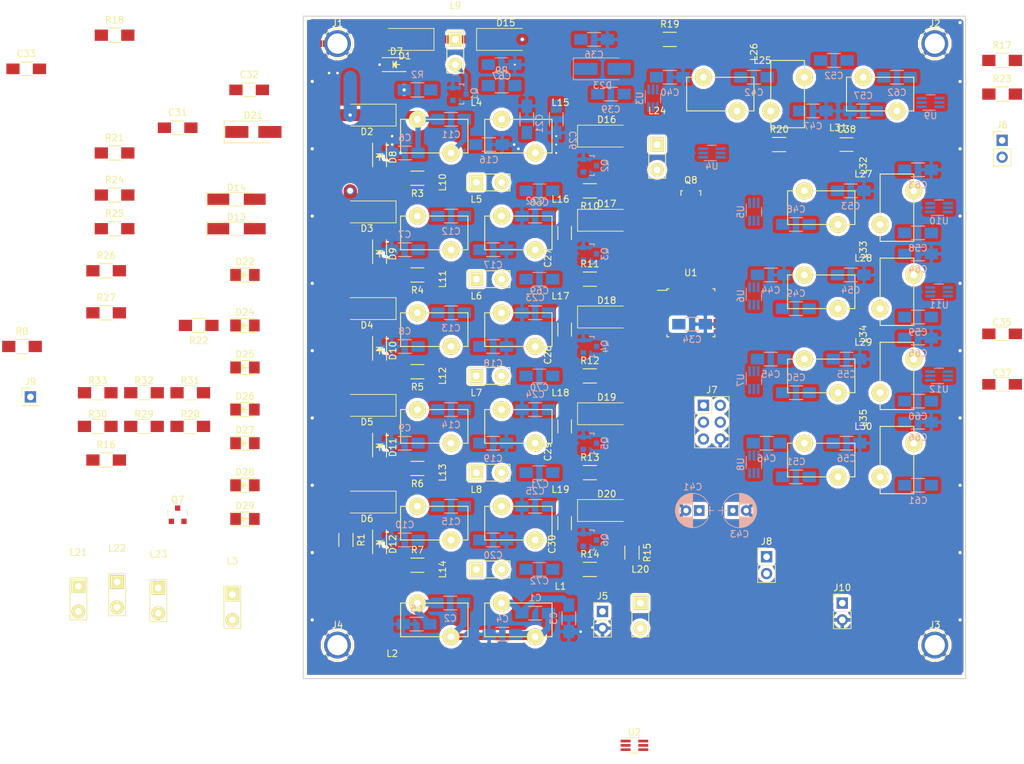
<source format=kicad_pcb>
(kicad_pcb (version 4) (host pcbnew 4.0.7-e0-6372~58~ubuntu16.04.1)
  (layers (0 F.Cu signal) (31 B.Cu signal) (34 B.Paste user) (35 F.Paste user) (36 B.SilkS user) (37 F.SilkS user) (38 B.Mask user) (39 F.Mask user) (44 Edge.Cuts user))
  (net 0 "")
  (net 1 "Net-(C1-Pad1)")
  (net 2 "Net-(C1-Pad2)")
  (net 3 "Net-(C2-Pad1)")
  (net 4 GND)
  (net 5 "Net-(C11-Pad1)")
  (net 6 "Net-(C12-Pad1)")
  (net 7 "Net-(C13-Pad1)")
  (net 8 "Net-(C14-Pad1)")
  (net 9 "Net-(C10-Pad1)")
  (net 10 "Net-(C11-Pad2)")
  (net 11 "Net-(C12-Pad2)")
  (net 12 "Net-(C13-Pad2)")
  (net 13 "Net-(C14-Pad2)")
  (net 14 "Net-(C15-Pad2)")
  (net 15 "Net-(C31-Pad2)")
  (net 16 3V3)
  (net 17 "Net-(C38-Pad1)")
  (net 18 "Net-(C39-Pad2)")
  (net 19 "Net-(C42-Pad2)")
  (net 20 "Net-(C44-Pad1)")
  (net 21 "Net-(C45-Pad1)")
  (net 22 "Net-(C46-Pad2)")
  (net 23 "Net-(C47-Pad1)")
  (net 24 "Net-(C49-Pad1)")
  (net 25 "Net-(C50-Pad1)")
  (net 26 "Net-(C51-Pad1)")
  (net 27 "Net-(C52-Pad2)")
  (net 28 "Net-(C57-Pad1)")
  (net 29 "Net-(C62-Pad2)")
  (net 30 "Net-(D1-Pad1)")
  (net 31 "Net-(D7-Pad2)")
  (net 32 "Net-(D8-Pad2)")
  (net 33 "Net-(D9-Pad2)")
  (net 34 "Net-(D10-Pad2)")
  (net 35 "Net-(D11-Pad2)")
  (net 36 "Net-(D12-Pad2)")
  (net 37 "Net-(D13-Pad2)")
  (net 38 "Net-(D22-Pad2)")
  (net 39 "Net-(D24-Pad2)")
  (net 40 "Net-(D25-Pad2)")
  (net 41 "Net-(D26-Pad2)")
  (net 42 "Net-(D27-Pad2)")
  (net 43 "Net-(D28-Pad2)")
  (net 44 "Net-(D29-Pad2)")
  (net 45 /R4)
  (net 46 /R5)
  (net 47 /R3)
  (net 48 /RESET)
  (net 49 "Net-(L3-Pad1)")
  (net 50 "Net-(L20-Pad1)")
  (net 51 "Net-(L21-Pad2)")
  (net 52 "Net-(L22-Pad2)")
  (net 53 "Net-(L23-Pad1)")
  (net 54 "Net-(L24-Pad2)")
  (net 55 /T0)
  (net 56 /T17)
  (net 57 /T30)
  (net 58 /T40)
  (net 59 /T80)
  (net 60 /T160)
  (net 61 /Tptt)
  (net 62 /Rptt)
  (net 63 /R1)
  (net 64 /R2)
  (net 65 /R0)
  (net 66 "Net-(U10-Pad5)")
  (net 67 "Net-(C67-Pad1)")
  (net 68 /I3)
  (net 69 /I4)
  (net 70 /I2)
  (net 71 /I1)
  (net 72 "Net-(C16-Pad1)")
  (net 73 "Net-(C17-Pad1)")
  (net 74 "Net-(C18-Pad1)")
  (net 75 "Net-(C19-Pad1)")
  (net 76 "Net-(C20-Pad1)")
  (net 77 "Net-(C21-Pad1)")
  (net 78 "Net-(C27-Pad2)")
  (net 79 "Net-(C28-Pad2)")
  (net 80 "Net-(C29-Pad2)")
  (net 81 "Net-(C30-Pad2)")
  (net 82 "Net-(C37-Pad1)")
  (net 83 "Net-(C37-Pad2)")
  (net 84 "Net-(C38-Pad2)")
  (net 85 "Net-(C48-Pad2)")
  (net 86 "Net-(C49-Pad2)")
  (net 87 "Net-(C50-Pad2)")
  (net 88 "Net-(C51-Pad2)")
  (net 89 "Net-(C52-Pad1)")
  (net 90 "Net-(C53-Pad1)")
  (net 91 "Net-(C54-Pad1)")
  (net 92 "Net-(C55-Pad1)")
  (net 93 "Net-(C56-Pad1)")
  (net 94 "Net-(C58-Pad2)")
  (net 95 "Net-(C59-Pad2)")
  (net 96 "Net-(C60-Pad2)")
  (net 97 "Net-(C61-Pad2)")
  (net 98 "Net-(C63-Pad1)")
  (net 99 "Net-(C64-Pad1)")
  (net 100 "Net-(C65-Pad1)")
  (net 101 "Net-(C66-Pad1)")
  (net 102 "Net-(C68-Pad2)")
  (net 103 "Net-(C69-Pad2)")
  (net 104 "Net-(C70-Pad2)")
  (net 105 "Net-(C71-Pad2)")
  (net 106 "Net-(C72-Pad2)")
  (net 107 "Net-(J8-Pad1)")
  (net 108 "Net-(J8-Pad2)")
  (net 109 "Net-(J10-Pad1)")
  (net 110 "Net-(L20-Pad2)")
  (net 111 "Net-(C45-Pad2)")
  (net 112 "Net-(C46-Pad1)")
  (net 113 "Net-(U2-Pad3)")
  (module Inductors_G:BalunCoreChoke (layer F.Cu) (at 147.955 63.5)
    (fp_text reference L9 (at 0 -5.1) (layer F.SilkS))
    (fp_text value L)
    (pad 1 thru_hole rect (at 0 0) (size 2.032 2.032) (drill 1.016) (layers *.Cu *.Mask F.SilkS) (net 30 "Net-(D1-Pad1)"))
    (pad 2 thru_hole oval (at 0 3.81) (size 2.032 2.032) (drill 1.016) (layers *.Cu *.Mask F.SilkS) (net 72 "Net-(C16-Pad1)"))
  )
  (module Capacitors_SMD:C_1206_HandSoldering (layer B.Cu) (at 160.02 150.114 180)
    (fp_text reference C1 (at 0 2.3 180) (layer B.SilkS) (effects (justify mirror)))
    (fp_text value 30pF)
    (pad 1 smd rect (at -2 0 180) (size 2 1.6) (layers B.Cu B.Paste B.Mask) (net 1 "Net-(C1-Pad1)"))
    (pad 2 smd rect (at 2 0 180) (size 2 1.6) (layers B.Cu B.Paste B.Mask) (net 2 "Net-(C1-Pad2)"))
  )
  (module Capacitors_SMD:C_1206_HandSoldering (layer B.Cu) (at 147.193 148.59)
    (fp_text reference C2 (at 0 2.3) (layer B.SilkS) (effects (justify mirror)))
    (fp_text value 78pF)
    (pad 1 smd rect (at -2 0) (size 2 1.6) (layers B.Cu B.Paste B.Mask) (net 3 "Net-(C2-Pad1)"))
    (pad 2 smd rect (at 2 0) (size 2 1.6) (layers B.Cu B.Paste B.Mask) (net 1 "Net-(C1-Pad1)"))
  )
  (module Capacitors_SMD:C_1206_HandSoldering (layer B.Cu) (at 165.1 150.876 270)
    (fp_text reference C3 (at 0 2.3 270) (layer B.SilkS) (effects (justify mirror)))
    (fp_text value 56pF)
    (pad 1 smd rect (at -2 0 270) (size 2 1.6) (layers B.Cu B.Paste B.Mask) (net 2 "Net-(C1-Pad2)"))
    (pad 2 smd rect (at 2 0 270) (size 2 1.6) (layers B.Cu B.Paste B.Mask) (net 4 GND))
  )
  (module Capacitors_SMD:C_1206_HandSoldering (layer B.Cu) (at 155.067 153.289 180)
    (fp_text reference C4 (at 0 2.3 180) (layer B.SilkS) (effects (justify mirror)))
    (fp_text value 150pF)
    (pad 1 smd rect (at -2 0 180) (size 2 1.6) (layers B.Cu B.Paste B.Mask) (net 1 "Net-(C1-Pad1)"))
    (pad 2 smd rect (at 2 0 180) (size 2 1.6) (layers B.Cu B.Paste B.Mask) (net 4 GND))
  )
  (module Capacitors_SMD:C_1206_HandSoldering (layer B.Cu) (at 142.113 151.765 180)
    (fp_text reference C5 (at 0 2.3 180) (layer B.SilkS) (effects (justify mirror)))
    (fp_text value 10pF)
    (pad 1 smd rect (at -2 0 180) (size 2 1.6) (layers B.Cu B.Paste B.Mask) (net 3 "Net-(C2-Pad1)"))
    (pad 2 smd rect (at 2 0 180) (size 2 1.6) (layers B.Cu B.Paste B.Mask) (net 4 GND))
  )
  (module Capacitors_SMD:C_1206_HandSoldering (layer B.Cu) (at 140.335 80.645 180)
    (fp_text reference C6 (at 0 2.3 180) (layer B.SilkS) (effects (justify mirror)))
    (fp_text value 100p)
    (pad 1 smd rect (at -2 0 180) (size 2 1.6) (layers B.Cu B.Paste B.Mask) (net 5 "Net-(C11-Pad1)"))
    (pad 2 smd rect (at 2 0 180) (size 2 1.6) (layers B.Cu B.Paste B.Mask) (net 4 GND))
  )
  (module Capacitors_SMD:C_1206_HandSoldering (layer B.Cu) (at 140.335 95.25 180)
    (fp_text reference C7 (at 0 2.3 180) (layer B.SilkS) (effects (justify mirror)))
    (fp_text value 150p)
    (pad 1 smd rect (at -2 0 180) (size 2 1.6) (layers B.Cu B.Paste B.Mask) (net 6 "Net-(C12-Pad1)"))
    (pad 2 smd rect (at 2 0 180) (size 2 1.6) (layers B.Cu B.Paste B.Mask) (net 4 GND))
  )
  (module Capacitors_SMD:C_1206_HandSoldering (layer B.Cu) (at 140.335 109.855 180)
    (fp_text reference C8 (at 0 2.3 180) (layer B.SilkS) (effects (justify mirror)))
    (fp_text value 280p)
    (pad 1 smd rect (at -2 0 180) (size 2 1.6) (layers B.Cu B.Paste B.Mask) (net 7 "Net-(C13-Pad1)"))
    (pad 2 smd rect (at 2 0 180) (size 2 1.6) (layers B.Cu B.Paste B.Mask) (net 4 GND))
  )
  (module Capacitors_SMD:C_1206_HandSoldering (layer B.Cu) (at 140.335 124.46 180)
    (fp_text reference C9 (at 0 2.3 180) (layer B.SilkS) (effects (justify mirror)))
    (fp_text value 540p)
    (pad 1 smd rect (at -2 0 180) (size 2 1.6) (layers B.Cu B.Paste B.Mask) (net 8 "Net-(C14-Pad1)"))
    (pad 2 smd rect (at 2 0 180) (size 2 1.6) (layers B.Cu B.Paste B.Mask) (net 4 GND))
  )
  (module Capacitors_SMD:C_1206_HandSoldering (layer B.Cu) (at 140.335 139.065 180)
    (fp_text reference C10 (at 0 2.3 180) (layer B.SilkS) (effects (justify mirror)))
    (fp_text value 1000p)
    (pad 1 smd rect (at -2 0 180) (size 2 1.6) (layers B.Cu B.Paste B.Mask) (net 9 "Net-(C10-Pad1)"))
    (pad 2 smd rect (at 2 0 180) (size 2 1.6) (layers B.Cu B.Paste B.Mask) (net 4 GND))
  )
  (module Capacitors_SMD:C_1206_HandSoldering (layer B.Cu) (at 147.32 75.565)
    (fp_text reference C11 (at 0 2.3) (layer B.SilkS) (effects (justify mirror)))
    (fp_text value 15p)
    (pad 1 smd rect (at -2 0) (size 2 1.6) (layers B.Cu B.Paste B.Mask) (net 5 "Net-(C11-Pad1)"))
    (pad 2 smd rect (at 2 0) (size 2 1.6) (layers B.Cu B.Paste B.Mask) (net 10 "Net-(C11-Pad2)"))
  )
  (module Capacitors_SMD:C_1206_HandSoldering (layer B.Cu) (at 147.32 90.17)
    (fp_text reference C12 (at 0 2.3) (layer B.SilkS) (effects (justify mirror)))
    (fp_text value 39p)
    (pad 1 smd rect (at -2 0) (size 2 1.6) (layers B.Cu B.Paste B.Mask) (net 6 "Net-(C12-Pad1)"))
    (pad 2 smd rect (at 2 0) (size 2 1.6) (layers B.Cu B.Paste B.Mask) (net 11 "Net-(C12-Pad2)"))
  )
  (module Capacitors_SMD:C_1206_HandSoldering (layer B.Cu) (at 147.32 104.775)
    (fp_text reference C13 (at 0 2.3) (layer B.SilkS) (effects (justify mirror)))
    (fp_text value 68p)
    (pad 1 smd rect (at -2 0) (size 2 1.6) (layers B.Cu B.Paste B.Mask) (net 7 "Net-(C13-Pad1)"))
    (pad 2 smd rect (at 2 0) (size 2 1.6) (layers B.Cu B.Paste B.Mask) (net 12 "Net-(C13-Pad2)"))
  )
  (module Capacitors_SMD:C_1206_HandSoldering (layer B.Cu) (at 147.32 119.38)
    (fp_text reference C14 (at 0 2.3) (layer B.SilkS) (effects (justify mirror)))
    (fp_text value 82p)
    (pad 1 smd rect (at -2 0) (size 2 1.6) (layers B.Cu B.Paste B.Mask) (net 8 "Net-(C14-Pad1)"))
    (pad 2 smd rect (at 2 0) (size 2 1.6) (layers B.Cu B.Paste B.Mask) (net 13 "Net-(C14-Pad2)"))
  )
  (module Capacitors_SMD:C_1206_HandSoldering (layer B.Cu) (at 147.32 133.985)
    (fp_text reference C15 (at 0 2.3) (layer B.SilkS) (effects (justify mirror)))
    (fp_text value 180p)
    (pad 1 smd rect (at -2 0) (size 2 1.6) (layers B.Cu B.Paste B.Mask) (net 9 "Net-(C10-Pad1)"))
    (pad 2 smd rect (at 2 0) (size 2 1.6) (layers B.Cu B.Paste B.Mask) (net 14 "Net-(C15-Pad2)"))
  )
  (module Capacitors_SMD:C_1206_HandSoldering (layer B.Cu) (at 153.035 79.375)
    (fp_text reference C16 (at 0 2.3) (layer B.SilkS) (effects (justify mirror)))
    (fp_text value .1u)
    (pad 1 smd rect (at -2 0) (size 2 1.6) (layers B.Cu B.Paste B.Mask) (net 72 "Net-(C16-Pad1)"))
    (pad 2 smd rect (at 2 0) (size 2 1.6) (layers B.Cu B.Paste B.Mask) (net 4 GND))
  )
  (module Capacitors_SMD:C_1206_HandSoldering (layer B.Cu) (at 153.67 95.25)
    (fp_text reference C17 (at 0 2.3) (layer B.SilkS) (effects (justify mirror)))
    (fp_text value .1u)
    (pad 1 smd rect (at -2 0) (size 2 1.6) (layers B.Cu B.Paste B.Mask) (net 73 "Net-(C17-Pad1)"))
    (pad 2 smd rect (at 2 0) (size 2 1.6) (layers B.Cu B.Paste B.Mask) (net 4 GND))
  )
  (module Capacitors_SMD:C_1206_HandSoldering (layer B.Cu) (at 153.67 109.855)
    (fp_text reference C18 (at 0 2.54) (layer B.SilkS) (effects (justify mirror)))
    (fp_text value .1u)
    (pad 1 smd rect (at -2 0) (size 2 1.6) (layers B.Cu B.Paste B.Mask) (net 74 "Net-(C18-Pad1)"))
    (pad 2 smd rect (at 2 0) (size 2 1.6) (layers B.Cu B.Paste B.Mask) (net 4 GND))
  )
  (module Capacitors_SMD:C_1206_HandSoldering (layer B.Cu) (at 153.67 124.46)
    (fp_text reference C19 (at 0 2.3) (layer B.SilkS) (effects (justify mirror)))
    (fp_text value .1u)
    (pad 1 smd rect (at -2 0) (size 2 1.6) (layers B.Cu B.Paste B.Mask) (net 75 "Net-(C19-Pad1)"))
    (pad 2 smd rect (at 2 0) (size 2 1.6) (layers B.Cu B.Paste B.Mask) (net 4 GND))
  )
  (module Capacitors_SMD:C_1206_HandSoldering (layer B.Cu) (at 153.67 139.065)
    (fp_text reference C20 (at 0 2.3) (layer B.SilkS) (effects (justify mirror)))
    (fp_text value .1u)
    (pad 1 smd rect (at -2 0) (size 2 1.6) (layers B.Cu B.Paste B.Mask) (net 76 "Net-(C20-Pad1)"))
    (pad 2 smd rect (at 2 0) (size 2 1.6) (layers B.Cu B.Paste B.Mask) (net 4 GND))
  )
  (module Capacitors_SMD:C_1206_HandSoldering (layer B.Cu) (at 158.75 75.565 90)
    (fp_text reference C21 (at -0.635 1.905 90) (layer B.SilkS) (effects (justify mirror)))
    (fp_text value .1u)
    (pad 1 smd rect (at -2 0 90) (size 2 1.6) (layers B.Cu B.Paste B.Mask) (net 77 "Net-(C21-Pad1)"))
    (pad 2 smd rect (at 2 0 90) (size 2 1.6) (layers B.Cu B.Paste B.Mask) (net 4 GND))
  )
  (module Capacitors_SMD:C_1206_HandSoldering (layer B.Cu) (at 160.02 90.17 180)
    (fp_text reference C22 (at 0 2.3 180) (layer B.SilkS) (effects (justify mirror)))
    (fp_text value 300p)
    (pad 1 smd rect (at -2 0 180) (size 2 1.6) (layers B.Cu B.Paste B.Mask) (net 11 "Net-(C12-Pad2)"))
    (pad 2 smd rect (at 2 0 180) (size 2 1.6) (layers B.Cu B.Paste B.Mask) (net 4 GND))
  )
  (module Capacitors_SMD:C_1206_HandSoldering (layer B.Cu) (at 160.02 104.775 180)
    (fp_text reference C23 (at 0 2.3 180) (layer B.SilkS) (effects (justify mirror)))
    (fp_text value 560p)
    (pad 1 smd rect (at -2 0 180) (size 2 1.6) (layers B.Cu B.Paste B.Mask) (net 12 "Net-(C13-Pad2)"))
    (pad 2 smd rect (at 2 0 180) (size 2 1.6) (layers B.Cu B.Paste B.Mask) (net 4 GND))
  )
  (module Capacitors_SMD:C_1206_HandSoldering (layer B.Cu) (at 160.02 119.38 180)
    (fp_text reference C24 (at 0 2.3 180) (layer B.SilkS) (effects (justify mirror)))
    (fp_text value 1082p)
    (pad 1 smd rect (at -2 0 180) (size 2 1.6) (layers B.Cu B.Paste B.Mask) (net 13 "Net-(C14-Pad2)"))
    (pad 2 smd rect (at 2 0 180) (size 2 1.6) (layers B.Cu B.Paste B.Mask) (net 4 GND))
  )
  (module Capacitors_SMD:C_1206_HandSoldering (layer B.Cu) (at 160.02 133.985 180)
    (fp_text reference C25 (at 0 2.3 180) (layer B.SilkS) (effects (justify mirror)))
    (fp_text value 2100p)
    (pad 1 smd rect (at -2 0 180) (size 2 1.6) (layers B.Cu B.Paste B.Mask) (net 14 "Net-(C15-Pad2)"))
    (pad 2 smd rect (at 2 0 180) (size 2 1.6) (layers B.Cu B.Paste B.Mask) (net 4 GND))
  )
  (module Capacitors_SMD:C_1206_HandSoldering (layer B.Cu) (at 163.195 75.565 270)
    (fp_text reference C26 (at 3.175 -2.54 270) (layer B.SilkS) (effects (justify mirror)))
    (fp_text value 200p)
    (pad 1 smd rect (at -2 0 270) (size 2 1.6) (layers B.Cu B.Paste B.Mask) (net 10 "Net-(C11-Pad2)"))
    (pad 2 smd rect (at 2 0 270) (size 2 1.6) (layers B.Cu B.Paste B.Mask) (net 4 GND))
  )
  (module Capacitors_SMD:C_1206_HandSoldering (layer F.Cu) (at 164.465 92.71 270)
    (fp_text reference C27 (at 3.81 2.54 270) (layer F.SilkS))
    (fp_text value 43p)
    (pad 1 smd rect (at -2 0 270) (size 2 1.6) (layers F.Cu F.Paste F.Mask) (net 10 "Net-(C11-Pad2)"))
    (pad 2 smd rect (at 2 0 270) (size 2 1.6) (layers F.Cu F.Paste F.Mask) (net 78 "Net-(C27-Pad2)"))
  )
  (module Capacitors_SMD:C_1206_HandSoldering (layer F.Cu) (at 164.465 107.315 270)
    (fp_text reference C28 (at 3.81 2.54 270) (layer F.SilkS))
    (fp_text value 130p)
    (pad 1 smd rect (at -2 0 270) (size 2 1.6) (layers F.Cu F.Paste F.Mask) (net 11 "Net-(C12-Pad2)"))
    (pad 2 smd rect (at 2 0 270) (size 2 1.6) (layers F.Cu F.Paste F.Mask) (net 79 "Net-(C28-Pad2)"))
  )
  (module Capacitors_SMD:C_1206_HandSoldering (layer F.Cu) (at 164.465 121.92 270)
    (fp_text reference C29 (at 3.81 2.54 270) (layer F.SilkS))
    (fp_text value 220p)
    (pad 1 smd rect (at -2 0 270) (size 2 1.6) (layers F.Cu F.Paste F.Mask) (net 12 "Net-(C13-Pad2)"))
    (pad 2 smd rect (at 2 0 270) (size 2 1.6) (layers F.Cu F.Paste F.Mask) (net 80 "Net-(C29-Pad2)"))
  )
  (module Capacitors_SMD:C_1206_HandSoldering (layer F.Cu) (at 164.465 136.525 270)
    (fp_text reference C30 (at 3.175 1.905 270) (layer F.SilkS))
    (fp_text value 270p)
    (pad 1 smd rect (at -2 0 270) (size 2 1.6) (layers F.Cu F.Paste F.Mask) (net 13 "Net-(C14-Pad2)"))
    (pad 2 smd rect (at 2 0 270) (size 2 1.6) (layers F.Cu F.Paste F.Mask) (net 81 "Net-(C30-Pad2)"))
  )
  (module Capacitors_SMD:C_1206_HandSoldering (layer F.Cu) (at 106.045 76.835)
    (fp_text reference C31 (at 0 -2.3) (layer F.SilkS))
    (fp_text value 552p)
    (pad 1 smd rect (at -2 0) (size 2 1.6) (layers F.Cu F.Paste F.Mask) (net 14 "Net-(C15-Pad2)"))
    (pad 2 smd rect (at 2 0) (size 2 1.6) (layers F.Cu F.Paste F.Mask) (net 15 "Net-(C31-Pad2)"))
  )
  (module Capacitors_SMD:C_1206_HandSoldering (layer F.Cu) (at 116.84 71.12)
    (fp_text reference C32 (at 0 -2.3) (layer F.SilkS))
    (fp_text value 74p)
    (pad 1 smd rect (at -2 0) (size 2 1.6) (layers F.Cu F.Paste F.Mask) (net 78 "Net-(C27-Pad2)"))
    (pad 2 smd rect (at 2 0) (size 2 1.6) (layers F.Cu F.Paste F.Mask) (net 4 GND))
  )
  (module Capacitors_SMD:C_1206_HandSoldering (layer F.Cu) (at 83.185 67.945)
    (fp_text reference C33 (at 0 -2.3) (layer F.SilkS))
    (fp_text value 120p)
    (pad 1 smd rect (at -2 0) (size 2 1.6) (layers F.Cu F.Paste F.Mask) (net 79 "Net-(C28-Pad2)"))
    (pad 2 smd rect (at 2 0) (size 2 1.6) (layers F.Cu F.Paste F.Mask) (net 4 GND))
  )
  (module Capacitors_SMD:C_1206_HandSoldering (layer B.Cu) (at 183.7055 106.4895)
    (fp_text reference C34 (at 0 2.3) (layer B.SilkS) (effects (justify mirror)))
    (fp_text value 180p)
    (pad 1 smd rect (at -2 0) (size 2 1.6) (layers B.Cu B.Paste B.Mask) (net 80 "Net-(C29-Pad2)"))
    (pad 2 smd rect (at 2 0) (size 2 1.6) (layers B.Cu B.Paste B.Mask) (net 4 GND))
  )
  (module Capacitors_SMD:C_1206_HandSoldering (layer B.Cu) (at 168.91 63.5)
    (fp_text reference C36 (at 0 2.3) (layer B.SilkS) (effects (justify mirror)))
    (fp_text value 736p)
    (pad 1 smd rect (at -2 0) (size 2 1.6) (layers B.Cu B.Paste B.Mask) (net 15 "Net-(C31-Pad2)"))
    (pad 2 smd rect (at 2 0) (size 2 1.6) (layers B.Cu B.Paste B.Mask) (net 4 GND))
  )
  (module Capacitors_SMD:C_1206_HandSoldering (layer F.Cu) (at 207.01 79.375)
    (fp_text reference C38 (at 0 -2.3) (layer F.SilkS))
    (fp_text value C)
    (pad 1 smd rect (at -2 0) (size 2 1.6) (layers F.Cu F.Paste F.Mask) (net 17 "Net-(C38-Pad1)"))
    (pad 2 smd rect (at 2 0) (size 2 1.6) (layers F.Cu F.Paste F.Mask) (net 84 "Net-(C38-Pad2)"))
  )
  (module Capacitors_SMD:C_1206_HandSoldering (layer B.Cu) (at 171.45 71.755)
    (fp_text reference C39 (at 0 2.3) (layer B.SilkS) (effects (justify mirror)))
    (fp_text value 0.1u)
    (pad 1 smd rect (at -2 0) (size 2 1.6) (layers B.Cu B.Paste B.Mask) (net 83 "Net-(C37-Pad2)"))
    (pad 2 smd rect (at 2 0) (size 2 1.6) (layers B.Cu B.Paste B.Mask) (net 18 "Net-(C39-Pad2)"))
  )
  (module Capacitors_SMD:C_1206_HandSoldering (layer B.Cu) (at 180.34 69.215)
    (fp_text reference C40 (at 0 2.3) (layer B.SilkS) (effects (justify mirror)))
    (fp_text value 0.1)
    (pad 1 smd rect (at -2 0) (size 2 1.6) (layers B.Cu B.Paste B.Mask) (net 16 3V3))
    (pad 2 smd rect (at 2 0) (size 2 1.6) (layers B.Cu B.Paste B.Mask) (net 4 GND))
  )
  (module Capacitors_SMD:C_1206_HandSoldering (layer B.Cu) (at 193.04 69.215)
    (fp_text reference C42 (at 0 2.3) (layer B.SilkS) (effects (justify mirror)))
    (fp_text value C)
    (pad 1 smd rect (at -2 0) (size 2 1.6) (layers B.Cu B.Paste B.Mask) (net 17 "Net-(C38-Pad1)"))
    (pad 2 smd rect (at 2 0) (size 2 1.6) (layers B.Cu B.Paste B.Mask) (net 19 "Net-(C42-Pad2)"))
  )
  (module Capacitors_SMD:C_1206_HandSoldering (layer B.Cu) (at 195.58 99.06)
    (fp_text reference C44 (at 0 2.3) (layer B.SilkS) (effects (justify mirror)))
    (fp_text value 0.1u)
    (pad 1 smd rect (at -2 0) (size 2 1.6) (layers B.Cu B.Paste B.Mask) (net 20 "Net-(C44-Pad1)"))
    (pad 2 smd rect (at 2 0) (size 2 1.6) (layers B.Cu B.Paste B.Mask) (net 4 GND))
  )
  (module Capacitors_SMD:C_1206_HandSoldering (layer B.Cu) (at 195.58 111.76)
    (fp_text reference C45 (at 0 2.3) (layer B.SilkS) (effects (justify mirror)))
    (fp_text value 0.1u)
    (pad 1 smd rect (at -2 0) (size 2 1.6) (layers B.Cu B.Paste B.Mask) (net 21 "Net-(C45-Pad1)"))
    (pad 2 smd rect (at 2 0) (size 2 1.6) (layers B.Cu B.Paste B.Mask) (net 111 "Net-(C45-Pad2)"))
  )
  (module Capacitors_SMD:C_1206_HandSoldering (layer B.Cu) (at 194.945 124.46)
    (fp_text reference C46 (at 0 2.3) (layer B.SilkS) (effects (justify mirror)))
    (fp_text value 3000p)
    (pad 1 smd rect (at -2 0) (size 2 1.6) (layers B.Cu B.Paste B.Mask) (net 112 "Net-(C46-Pad1)"))
    (pad 2 smd rect (at 2 0) (size 2 1.6) (layers B.Cu B.Paste B.Mask) (net 22 "Net-(C46-Pad2)"))
  )
  (module Capacitors_SMD:C_1206_HandSoldering (layer B.Cu) (at 201.93 74.295)
    (fp_text reference C47 (at 0 2.3) (layer B.SilkS) (effects (justify mirror)))
    (fp_text value 0.012u)
    (pad 1 smd rect (at -2 0) (size 2 1.6) (layers B.Cu B.Paste B.Mask) (net 23 "Net-(C47-Pad1)"))
    (pad 2 smd rect (at 2 0) (size 2 1.6) (layers B.Cu B.Paste B.Mask) (net 4 GND))
  )
  (module Capacitors_SMD:C_1206_HandSoldering (layer B.Cu) (at 199.39 91.44 180)
    (fp_text reference C48 (at 0 2.3 180) (layer B.SilkS) (effects (justify mirror)))
    (fp_text value 1600p)
    (pad 1 smd rect (at -2 0 180) (size 2 1.6) (layers B.Cu B.Paste B.Mask) (net 22 "Net-(C46-Pad2)"))
    (pad 2 smd rect (at 2 0 180) (size 2 1.6) (layers B.Cu B.Paste B.Mask) (net 85 "Net-(C48-Pad2)"))
  )
  (module Capacitors_SMD:C_1206_HandSoldering (layer B.Cu) (at 199.39 104.14 180)
    (fp_text reference C49 (at 0 2.3 180) (layer B.SilkS) (effects (justify mirror)))
    (fp_text value 1500p)
    (pad 1 smd rect (at -2 0 180) (size 2 1.6) (layers B.Cu B.Paste B.Mask) (net 24 "Net-(C49-Pad1)"))
    (pad 2 smd rect (at 2 0 180) (size 2 1.6) (layers B.Cu B.Paste B.Mask) (net 86 "Net-(C49-Pad2)"))
  )
  (module Capacitors_SMD:C_1206_HandSoldering (layer B.Cu) (at 199.39 116.84 180)
    (fp_text reference C50 (at 0 2.3 180) (layer B.SilkS) (effects (justify mirror)))
    (fp_text value 680p)
    (pad 1 smd rect (at -2 0 180) (size 2 1.6) (layers B.Cu B.Paste B.Mask) (net 25 "Net-(C50-Pad1)"))
    (pad 2 smd rect (at 2 0 180) (size 2 1.6) (layers B.Cu B.Paste B.Mask) (net 87 "Net-(C50-Pad2)"))
  )
  (module Capacitors_SMD:C_1206_HandSoldering (layer B.Cu) (at 199.39 129.54 180)
    (fp_text reference C51 (at 0 2.3 180) (layer B.SilkS) (effects (justify mirror)))
    (fp_text value 470p)
    (pad 1 smd rect (at -2 0 180) (size 2 1.6) (layers B.Cu B.Paste B.Mask) (net 26 "Net-(C51-Pad1)"))
    (pad 2 smd rect (at 2 0 180) (size 2 1.6) (layers B.Cu B.Paste B.Mask) (net 88 "Net-(C51-Pad2)"))
  )
  (module Capacitors_SMD:C_1206_HandSoldering (layer B.Cu) (at 205.105 66.675)
    (fp_text reference C52 (at 0 2.3) (layer B.SilkS) (effects (justify mirror)))
    (fp_text value 270p)
    (pad 1 smd rect (at -2 0) (size 2 1.6) (layers B.Cu B.Paste B.Mask) (net 89 "Net-(C52-Pad1)"))
    (pad 2 smd rect (at 2 0) (size 2 1.6) (layers B.Cu B.Paste B.Mask) (net 27 "Net-(C52-Pad2)"))
  )
  (module Capacitors_SMD:C_1206_HandSoldering (layer B.Cu) (at 207.645 86.36)
    (fp_text reference C53 (at 0 2.3) (layer B.SilkS) (effects (justify mirror)))
    (fp_text value 2400p)
    (pad 1 smd rect (at -2 0) (size 2 1.6) (layers B.Cu B.Paste B.Mask) (net 90 "Net-(C53-Pad1)"))
    (pad 2 smd rect (at 2 0) (size 2 1.6) (layers B.Cu B.Paste B.Mask) (net 4 GND))
  )
  (module Capacitors_SMD:C_1206_HandSoldering (layer B.Cu) (at 207.645 99.06)
    (fp_text reference C54 (at 0 2.3) (layer B.SilkS) (effects (justify mirror)))
    (fp_text value 8200p)
    (pad 1 smd rect (at -2 0) (size 2 1.6) (layers B.Cu B.Paste B.Mask) (net 91 "Net-(C54-Pad1)"))
    (pad 2 smd rect (at 2 0) (size 2 1.6) (layers B.Cu B.Paste B.Mask) (net 4 GND))
  )
  (module Capacitors_SMD:C_1206_HandSoldering (layer B.Cu) (at 207.01 111.76)
    (fp_text reference C55 (at 0 2.3) (layer B.SilkS) (effects (justify mirror)))
    (fp_text value 3900p)
    (pad 1 smd rect (at -2 0) (size 2 1.6) (layers B.Cu B.Paste B.Mask) (net 92 "Net-(C55-Pad1)"))
    (pad 2 smd rect (at 2 0) (size 2 1.6) (layers B.Cu B.Paste B.Mask) (net 4 GND))
  )
  (module Capacitors_SMD:C_1206_HandSoldering (layer B.Cu) (at 207.01 124.46)
    (fp_text reference C56 (at 0 2.3) (layer B.SilkS) (effects (justify mirror)))
    (fp_text value 2400p)
    (pad 1 smd rect (at -2 0) (size 2 1.6) (layers B.Cu B.Paste B.Mask) (net 93 "Net-(C56-Pad1)"))
    (pad 2 smd rect (at 2 0) (size 2 1.6) (layers B.Cu B.Paste B.Mask) (net 4 GND))
  )
  (module Capacitors_SMD:C_1206_HandSoldering (layer B.Cu) (at 209.55 74.295 180)
    (fp_text reference C57 (at 0 2.3 180) (layer B.SilkS) (effects (justify mirror)))
    (fp_text value 1500p)
    (pad 1 smd rect (at -2 0 180) (size 2 1.6) (layers B.Cu B.Paste B.Mask) (net 28 "Net-(C57-Pad1)"))
    (pad 2 smd rect (at 2 0 180) (size 2 1.6) (layers B.Cu B.Paste B.Mask) (net 4 GND))
  )
  (module Capacitors_SMD:C_1206_HandSoldering (layer B.Cu) (at 217.805 92.71)
    (fp_text reference C58 (at 0 2.3) (layer B.SilkS) (effects (justify mirror)))
    (fp_text value 1800p)
    (pad 1 smd rect (at -2 0) (size 2 1.6) (layers B.Cu B.Paste B.Mask) (net 85 "Net-(C48-Pad2)"))
    (pad 2 smd rect (at 2 0) (size 2 1.6) (layers B.Cu B.Paste B.Mask) (net 94 "Net-(C58-Pad2)"))
  )
  (module Capacitors_SMD:C_1206_HandSoldering (layer B.Cu) (at 217.805 105.41)
    (fp_text reference C59 (at 0 2.3) (layer B.SilkS) (effects (justify mirror)))
    (fp_text value 680p)
    (pad 1 smd rect (at -2 0) (size 2 1.6) (layers B.Cu B.Paste B.Mask) (net 86 "Net-(C49-Pad2)"))
    (pad 2 smd rect (at 2 0) (size 2 1.6) (layers B.Cu B.Paste B.Mask) (net 95 "Net-(C59-Pad2)"))
  )
  (module Capacitors_SMD:C_1206_HandSoldering (layer B.Cu) (at 217.805 118.11)
    (fp_text reference C60 (at 0 2.3) (layer B.SilkS) (effects (justify mirror)))
    (fp_text value 340p)
    (pad 1 smd rect (at -2 0) (size 2 1.6) (layers B.Cu B.Paste B.Mask) (net 87 "Net-(C50-Pad2)"))
    (pad 2 smd rect (at 2 0) (size 2 1.6) (layers B.Cu B.Paste B.Mask) (net 96 "Net-(C60-Pad2)"))
  )
  (module Capacitors_SMD:C_1206_HandSoldering (layer B.Cu) (at 217.805 130.81)
    (fp_text reference C61 (at 0 2.3) (layer B.SilkS) (effects (justify mirror)))
    (fp_text value 236p)
    (pad 1 smd rect (at -2 0) (size 2 1.6) (layers B.Cu B.Paste B.Mask) (net 88 "Net-(C51-Pad2)"))
    (pad 2 smd rect (at 2 0) (size 2 1.6) (layers B.Cu B.Paste B.Mask) (net 97 "Net-(C61-Pad2)"))
  )
  (module Capacitors_SMD:C_1206_HandSoldering (layer B.Cu) (at 214.63 69.215)
    (fp_text reference C62 (at 0 2.3) (layer B.SilkS) (effects (justify mirror)))
    (fp_text value 130p)
    (pad 1 smd rect (at -2 0) (size 2 1.6) (layers B.Cu B.Paste B.Mask) (net 27 "Net-(C52-Pad2)"))
    (pad 2 smd rect (at 2 0) (size 2 1.6) (layers B.Cu B.Paste B.Mask) (net 29 "Net-(C62-Pad2)"))
  )
  (module Capacitors_SMD:C_1206_HandSoldering (layer B.Cu) (at 217.805 83.185)
    (fp_text reference C63 (at 0 2.3) (layer B.SilkS) (effects (justify mirror)))
    (fp_text value 3000p)
    (pad 1 smd rect (at -2 0) (size 2 1.6) (layers B.Cu B.Paste B.Mask) (net 98 "Net-(C63-Pad1)"))
    (pad 2 smd rect (at 2 0) (size 2 1.6) (layers B.Cu B.Paste B.Mask) (net 4 GND))
  )
  (module Capacitors_SMD:C_1206_HandSoldering (layer B.Cu) (at 217.805 95.885)
    (fp_text reference C64 (at 0 2.3) (layer B.SilkS) (effects (justify mirror)))
    (fp_text value 2700p)
    (pad 1 smd rect (at -2 0) (size 2 1.6) (layers B.Cu B.Paste B.Mask) (net 99 "Net-(C64-Pad1)"))
    (pad 2 smd rect (at 2 0) (size 2 1.6) (layers B.Cu B.Paste B.Mask) (net 4 GND))
  )
  (module Capacitors_SMD:C_1206_HandSoldering (layer B.Cu) (at 217.805 108.585)
    (fp_text reference C65 (at 0 2.3) (layer B.SilkS) (effects (justify mirror)))
    (fp_text value 1220p)
    (pad 1 smd rect (at -2 0) (size 2 1.6) (layers B.Cu B.Paste B.Mask) (net 100 "Net-(C65-Pad1)"))
    (pad 2 smd rect (at 2 0) (size 2 1.6) (layers B.Cu B.Paste B.Mask) (net 4 GND))
  )
  (module Capacitors_SMD:C_1206_HandSoldering (layer B.Cu) (at 217.805 121.285)
    (fp_text reference C66 (at 0 2.3) (layer B.SilkS) (effects (justify mirror)))
    (fp_text value 780p)
    (pad 1 smd rect (at -2 0) (size 2 1.6) (layers B.Cu B.Paste B.Mask) (net 101 "Net-(C66-Pad1)"))
    (pad 2 smd rect (at 2 0) (size 2 1.6) (layers B.Cu B.Paste B.Mask) (net 4 GND))
  )
  (module LEDs:LED_1206 (layer F.Cu) (at 139.065 67.31)
    (fp_text reference D7 (at 0 -2) (layer F.SilkS))
    (fp_text value LED)
    (pad 2 smd rect (at 1.41986 0 180) (size 1.59766 1.80086) (layers F.Cu F.Paste F.Mask) (net 31 "Net-(D7-Pad2)"))
    (pad 1 smd rect (at -1.41986 0 180) (size 1.59766 1.80086) (layers F.Cu F.Paste F.Mask) (net 4 GND))
  )
  (module LEDs:LED_1206 (layer F.Cu) (at 136.525 81.28 270)
    (fp_text reference D8 (at 0 -2 270) (layer F.SilkS))
    (fp_text value LED)
    (pad 2 smd rect (at 1.41986 0 90) (size 1.59766 1.80086) (layers F.Cu F.Paste F.Mask) (net 32 "Net-(D8-Pad2)"))
    (pad 1 smd rect (at -1.41986 0 90) (size 1.59766 1.80086) (layers F.Cu F.Paste F.Mask) (net 4 GND))
  )
  (module LEDs:LED_1206 (layer F.Cu) (at 136.525 95.885 270)
    (fp_text reference D9 (at 0 -2 270) (layer F.SilkS))
    (fp_text value LED)
    (pad 2 smd rect (at 1.41986 0 90) (size 1.59766 1.80086) (layers F.Cu F.Paste F.Mask) (net 33 "Net-(D9-Pad2)"))
    (pad 1 smd rect (at -1.41986 0 90) (size 1.59766 1.80086) (layers F.Cu F.Paste F.Mask) (net 4 GND))
  )
  (module LEDs:LED_1206 (layer F.Cu) (at 136.525 110.49 270)
    (fp_text reference D10 (at 0 -2 270) (layer F.SilkS))
    (fp_text value LED)
    (pad 2 smd rect (at 1.41986 0 90) (size 1.59766 1.80086) (layers F.Cu F.Paste F.Mask) (net 34 "Net-(D10-Pad2)"))
    (pad 1 smd rect (at -1.41986 0 90) (size 1.59766 1.80086) (layers F.Cu F.Paste F.Mask) (net 4 GND))
  )
  (module LEDs:LED_1206 (layer F.Cu) (at 136.525 125.095 270)
    (fp_text reference D11 (at 0 -2 270) (layer F.SilkS))
    (fp_text value LED)
    (pad 2 smd rect (at 1.41986 0 90) (size 1.59766 1.80086) (layers F.Cu F.Paste F.Mask) (net 35 "Net-(D11-Pad2)"))
    (pad 1 smd rect (at -1.41986 0 90) (size 1.59766 1.80086) (layers F.Cu F.Paste F.Mask) (net 4 GND))
  )
  (module LEDs:LED_1206 (layer F.Cu) (at 136.525 139.7 270)
    (fp_text reference D12 (at 0 -2 270) (layer F.SilkS))
    (fp_text value LED)
    (pad 2 smd rect (at 1.41986 0 90) (size 1.59766 1.80086) (layers F.Cu F.Paste F.Mask) (net 36 "Net-(D12-Pad2)"))
    (pad 1 smd rect (at -1.41986 0 90) (size 1.59766 1.80086) (layers F.Cu F.Paste F.Mask) (net 4 GND))
  )
  (module LEDs:LED_1206 (layer F.Cu) (at 116.205 99.06)
    (fp_text reference D22 (at 0 -2) (layer F.SilkS))
    (fp_text value LED)
    (pad 2 smd rect (at 1.41986 0 180) (size 1.59766 1.80086) (layers F.Cu F.Paste F.Mask) (net 38 "Net-(D22-Pad2)"))
    (pad 1 smd rect (at -1.41986 0 180) (size 1.59766 1.80086) (layers F.Cu F.Paste F.Mask) (net 4 GND))
  )
  (module LEDs:LED_1206 (layer F.Cu) (at 116.205 106.68)
    (fp_text reference D24 (at 0 -2) (layer F.SilkS))
    (fp_text value LED)
    (pad 2 smd rect (at 1.41986 0 180) (size 1.59766 1.80086) (layers F.Cu F.Paste F.Mask) (net 39 "Net-(D24-Pad2)"))
    (pad 1 smd rect (at -1.41986 0 180) (size 1.59766 1.80086) (layers F.Cu F.Paste F.Mask) (net 4 GND))
  )
  (module LEDs:LED_1206 (layer F.Cu) (at 116.205 113.03)
    (fp_text reference D25 (at 0 -2) (layer F.SilkS))
    (fp_text value LED)
    (pad 2 smd rect (at 1.41986 0 180) (size 1.59766 1.80086) (layers F.Cu F.Paste F.Mask) (net 40 "Net-(D25-Pad2)"))
    (pad 1 smd rect (at -1.41986 0 180) (size 1.59766 1.80086) (layers F.Cu F.Paste F.Mask) (net 4 GND))
  )
  (module LEDs:LED_1206 (layer F.Cu) (at 116.205 119.38)
    (fp_text reference D26 (at 0 -2) (layer F.SilkS))
    (fp_text value LED)
    (pad 2 smd rect (at 1.41986 0 180) (size 1.59766 1.80086) (layers F.Cu F.Paste F.Mask) (net 41 "Net-(D26-Pad2)"))
    (pad 1 smd rect (at -1.41986 0 180) (size 1.59766 1.80086) (layers F.Cu F.Paste F.Mask) (net 4 GND))
  )
  (module LEDs:LED_1206 (layer F.Cu) (at 116.205 124.46)
    (fp_text reference D27 (at 0 -2) (layer F.SilkS))
    (fp_text value LED)
    (pad 2 smd rect (at 1.41986 0 180) (size 1.59766 1.80086) (layers F.Cu F.Paste F.Mask) (net 42 "Net-(D27-Pad2)"))
    (pad 1 smd rect (at -1.41986 0 180) (size 1.59766 1.80086) (layers F.Cu F.Paste F.Mask) (net 4 GND))
  )
  (module LEDs:LED_1206 (layer F.Cu) (at 116.205 130.81)
    (fp_text reference D28 (at 0 -2) (layer F.SilkS))
    (fp_text value LED)
    (pad 2 smd rect (at 1.41986 0 180) (size 1.59766 1.80086) (layers F.Cu F.Paste F.Mask) (net 43 "Net-(D28-Pad2)"))
    (pad 1 smd rect (at -1.41986 0 180) (size 1.59766 1.80086) (layers F.Cu F.Paste F.Mask) (net 4 GND))
  )
  (module LEDs:LED_1206 (layer F.Cu) (at 116.205 135.89)
    (fp_text reference D29 (at 0 -2) (layer F.SilkS))
    (fp_text value LED)
    (pad 2 smd rect (at 1.41986 0 180) (size 1.59766 1.80086) (layers F.Cu F.Paste F.Mask) (net 44 "Net-(D29-Pad2)"))
    (pad 1 smd rect (at -1.41986 0 180) (size 1.59766 1.80086) (layers F.Cu F.Paste F.Mask) (net 4 GND))
  )
  (module TO_SOT_Packages_SMD:SOT-23 (layer B.Cu) (at 148.59 71.755 90)
    (fp_text reference Q1 (at 0 2.25 90) (layer B.SilkS) (effects (justify mirror)))
    (fp_text value 2N7002)
    (pad 1 smd rect (at -0.95 -1.00076 90) (size 0.8001 0.8001) (layers B.Cu B.Paste B.Mask) (net 55 /T0))
    (pad 2 smd rect (at 0.95 -1.00076 90) (size 0.8001 0.8001) (layers B.Cu B.Paste B.Mask) (net 4 GND))
    (pad 3 smd rect (at 0 0.99822 90) (size 0.8001 0.8001) (layers B.Cu B.Paste B.Mask) (net 72 "Net-(C16-Pad1)"))
  )
  (module TO_SOT_Packages_SMD:SOT-23 (layer B.Cu) (at 168.275 82.55 90)
    (fp_text reference Q2 (at 0 2.25 90) (layer B.SilkS) (effects (justify mirror)))
    (fp_text value 2N7002)
    (pad 1 smd rect (at -0.95 -1.00076 90) (size 0.8001 0.8001) (layers B.Cu B.Paste B.Mask) (net 56 /T17))
    (pad 2 smd rect (at 0.95 -1.00076 90) (size 0.8001 0.8001) (layers B.Cu B.Paste B.Mask) (net 4 GND))
    (pad 3 smd rect (at 0 0.99822 90) (size 0.8001 0.8001) (layers B.Cu B.Paste B.Mask) (net 73 "Net-(C17-Pad1)"))
  )
  (module TO_SOT_Packages_SMD:SOT-23 (layer B.Cu) (at 168.275 95.885 90)
    (fp_text reference Q3 (at 0 2.25 90) (layer B.SilkS) (effects (justify mirror)))
    (fp_text value 2N7002)
    (pad 1 smd rect (at -0.95 -1.00076 90) (size 0.8001 0.8001) (layers B.Cu B.Paste B.Mask) (net 57 /T30))
    (pad 2 smd rect (at 0.95 -1.00076 90) (size 0.8001 0.8001) (layers B.Cu B.Paste B.Mask) (net 4 GND))
    (pad 3 smd rect (at 0 0.99822 90) (size 0.8001 0.8001) (layers B.Cu B.Paste B.Mask) (net 74 "Net-(C18-Pad1)"))
  )
  (module TO_SOT_Packages_SMD:SOT-23 (layer B.Cu) (at 168.275 109.855 90)
    (fp_text reference Q4 (at 0 2.25 90) (layer B.SilkS) (effects (justify mirror)))
    (fp_text value 2N7002)
    (pad 1 smd rect (at -0.95 -1.00076 90) (size 0.8001 0.8001) (layers B.Cu B.Paste B.Mask) (net 58 /T40))
    (pad 2 smd rect (at 0.95 -1.00076 90) (size 0.8001 0.8001) (layers B.Cu B.Paste B.Mask) (net 4 GND))
    (pad 3 smd rect (at 0 0.99822 90) (size 0.8001 0.8001) (layers B.Cu B.Paste B.Mask) (net 75 "Net-(C19-Pad1)"))
  )
  (module TO_SOT_Packages_SMD:SOT-23 (layer B.Cu) (at 168.275 124.46 90)
    (fp_text reference Q5 (at 0 2.25 90) (layer B.SilkS) (effects (justify mirror)))
    (fp_text value 2N7002)
    (pad 1 smd rect (at -0.95 -1.00076 90) (size 0.8001 0.8001) (layers B.Cu B.Paste B.Mask) (net 59 /T80))
    (pad 2 smd rect (at 0.95 -1.00076 90) (size 0.8001 0.8001) (layers B.Cu B.Paste B.Mask) (net 4 GND))
    (pad 3 smd rect (at 0 0.99822 90) (size 0.8001 0.8001) (layers B.Cu B.Paste B.Mask) (net 76 "Net-(C20-Pad1)"))
  )
  (module TO_SOT_Packages_SMD:SOT-23 (layer B.Cu) (at 168.275 139.065 90)
    (fp_text reference Q6 (at 0 2.25 90) (layer B.SilkS) (effects (justify mirror)))
    (fp_text value 2N7002)
    (pad 1 smd rect (at -0.95 -1.00076 90) (size 0.8001 0.8001) (layers B.Cu B.Paste B.Mask) (net 60 /T160))
    (pad 2 smd rect (at 0.95 -1.00076 90) (size 0.8001 0.8001) (layers B.Cu B.Paste B.Mask) (net 4 GND))
    (pad 3 smd rect (at 0 0.99822 90) (size 0.8001 0.8001) (layers B.Cu B.Paste B.Mask) (net 77 "Net-(C21-Pad1)"))
  )
  (module TO_SOT_Packages_SMD:SOT-23 (layer F.Cu) (at 106.045 135.255)
    (fp_text reference Q7 (at 0 -2.25) (layer F.SilkS))
    (fp_text value 2N7002)
    (pad 1 smd rect (at -0.95 1.00076) (size 0.8001 0.8001) (layers F.Cu F.Paste F.Mask) (net 61 /Tptt))
    (pad 2 smd rect (at 0.95 1.00076) (size 0.8001 0.8001) (layers F.Cu F.Paste F.Mask) (net 4 GND))
    (pad 3 smd rect (at 0 -0.99822) (size 0.8001 0.8001) (layers F.Cu F.Paste F.Mask) (net 52 "Net-(L22-Pad2)"))
  )
  (module TO_SOT_Packages_SMD:SOT-23 (layer F.Cu) (at 183.515 86.995)
    (fp_text reference Q8 (at 0 -2.25) (layer F.SilkS))
    (fp_text value 2N7002)
    (pad 1 smd rect (at -0.95 1.00076) (size 0.8001 0.8001) (layers F.Cu F.Paste F.Mask) (net 62 /Rptt))
    (pad 2 smd rect (at 0.95 1.00076) (size 0.8001 0.8001) (layers F.Cu F.Paste F.Mask) (net 4 GND))
    (pad 3 smd rect (at 0 -0.99822) (size 0.8001 0.8001) (layers F.Cu F.Paste F.Mask) (net 54 "Net-(L24-Pad2)"))
  )
  (module Resistors_SMD:R_1206_HandSoldering (layer F.Cu) (at 131.445 139.065 270)
    (fp_text reference R1 (at 0 -2.3 270) (layer F.SilkS))
    (fp_text value R)
    (pad 1 smd rect (at -2 0 270) (size 2 1.7) (layers F.Cu F.Paste F.Mask) (net 3 "Net-(C2-Pad1)"))
    (pad 2 smd rect (at 2 0 270) (size 2 1.7) (layers F.Cu F.Paste F.Mask) (net 49 "Net-(L3-Pad1)"))
  )
  (module Resistors_SMD:R_1206_HandSoldering (layer B.Cu) (at 142.24 71.12 180)
    (fp_text reference R2 (at 0 2.3 180) (layer B.SilkS) (effects (justify mirror)))
    (fp_text value R)
    (pad 1 smd rect (at -2 0 180) (size 2 1.7) (layers B.Cu B.Paste B.Mask) (net 3 "Net-(C2-Pad1)"))
    (pad 2 smd rect (at 2 0 180) (size 2 1.7) (layers B.Cu B.Paste B.Mask) (net 49 "Net-(L3-Pad1)"))
  )
  (module Resistors_SMD:R_1206_HandSoldering (layer F.Cu) (at 142.24 84.455 180)
    (fp_text reference R3 (at 0 -2.3 180) (layer F.SilkS))
    (fp_text value R)
    (pad 1 smd rect (at -2 0 180) (size 2 1.7) (layers F.Cu F.Paste F.Mask) (net 3 "Net-(C2-Pad1)"))
    (pad 2 smd rect (at 2 0 180) (size 2 1.7) (layers F.Cu F.Paste F.Mask) (net 49 "Net-(L3-Pad1)"))
  )
  (module Resistors_SMD:R_1206_HandSoldering (layer F.Cu) (at 142.24 99.06 180)
    (fp_text reference R4 (at 0 -2.3 180) (layer F.SilkS))
    (fp_text value R)
    (pad 1 smd rect (at -2 0 180) (size 2 1.7) (layers F.Cu F.Paste F.Mask) (net 3 "Net-(C2-Pad1)"))
    (pad 2 smd rect (at 2 0 180) (size 2 1.7) (layers F.Cu F.Paste F.Mask) (net 49 "Net-(L3-Pad1)"))
  )
  (module Resistors_SMD:R_1206_HandSoldering (layer F.Cu) (at 142.24 113.665 180)
    (fp_text reference R5 (at 0 -2.3 180) (layer F.SilkS))
    (fp_text value R)
    (pad 1 smd rect (at -2 0 180) (size 2 1.7) (layers F.Cu F.Paste F.Mask) (net 55 /T0))
    (pad 2 smd rect (at 2 0 180) (size 2 1.7) (layers F.Cu F.Paste F.Mask) (net 31 "Net-(D7-Pad2)"))
  )
  (module Resistors_SMD:R_1206_HandSoldering (layer F.Cu) (at 142.24 128.27 180)
    (fp_text reference R6 (at 0 -2.3 180) (layer F.SilkS))
    (fp_text value R)
    (pad 1 smd rect (at -2 0 180) (size 2 1.7) (layers F.Cu F.Paste F.Mask) (net 56 /T17))
    (pad 2 smd rect (at 2 0 180) (size 2 1.7) (layers F.Cu F.Paste F.Mask) (net 32 "Net-(D8-Pad2)"))
  )
  (module Resistors_SMD:R_1206_HandSoldering (layer F.Cu) (at 142.24 142.875)
    (fp_text reference R7 (at 0 -2.3) (layer F.SilkS))
    (fp_text value R)
    (pad 1 smd rect (at -2 0) (size 2 1.7) (layers F.Cu F.Paste F.Mask) (net 57 /T30))
    (pad 2 smd rect (at 2 0) (size 2 1.7) (layers F.Cu F.Paste F.Mask) (net 33 "Net-(D9-Pad2)"))
  )
  (module Resistors_SMD:R_1206_HandSoldering (layer F.Cu) (at 82.55 109.855)
    (fp_text reference R8 (at 0 -2.3) (layer F.SilkS))
    (fp_text value R)
    (pad 1 smd rect (at -2 0) (size 2 1.7) (layers F.Cu F.Paste F.Mask) (net 58 /T40))
    (pad 2 smd rect (at 2 0) (size 2 1.7) (layers F.Cu F.Paste F.Mask) (net 34 "Net-(D10-Pad2)"))
  )
  (module Resistors_SMD:R_1206_HandSoldering (layer B.Cu) (at 154.94 70.485 180)
    (fp_text reference R9 (at 0 2.3 180) (layer B.SilkS) (effects (justify mirror)))
    (fp_text value R)
    (pad 1 smd rect (at -2 0 180) (size 2 1.7) (layers B.Cu B.Paste B.Mask) (net 59 /T80))
    (pad 2 smd rect (at 2 0 180) (size 2 1.7) (layers B.Cu B.Paste B.Mask) (net 35 "Net-(D11-Pad2)"))
  )
  (module Resistors_SMD:R_1206_HandSoldering (layer F.Cu) (at 168.275 86.36 180)
    (fp_text reference R10 (at 0 -2.3 180) (layer F.SilkS))
    (fp_text value R)
    (pad 1 smd rect (at -2 0 180) (size 2 1.7) (layers F.Cu F.Paste F.Mask) (net 60 /T160))
    (pad 2 smd rect (at 2 0 180) (size 2 1.7) (layers F.Cu F.Paste F.Mask) (net 36 "Net-(D12-Pad2)"))
  )
  (module Resistors_SMD:R_1206_HandSoldering (layer F.Cu) (at 168.275 99.695)
    (fp_text reference R11 (at 0 -2.3) (layer F.SilkS))
    (fp_text value 1k)
    (pad 1 smd rect (at -2 0) (size 2 1.7) (layers F.Cu F.Paste F.Mask) (net 37 "Net-(D13-Pad2)"))
    (pad 2 smd rect (at 2 0) (size 2 1.7) (layers F.Cu F.Paste F.Mask))
  )
  (module Resistors_SMD:R_1206_HandSoldering (layer F.Cu) (at 168.275 114.3)
    (fp_text reference R12 (at 0 -2.3) (layer F.SilkS))
    (fp_text value 100k)
    (pad 1 smd rect (at -2 0) (size 2 1.7) (layers F.Cu F.Paste F.Mask) (net 20 "Net-(C44-Pad1)"))
    (pad 2 smd rect (at 2 0) (size 2 1.7) (layers F.Cu F.Paste F.Mask) (net 72 "Net-(C16-Pad1)"))
  )
  (module Resistors_SMD:R_1206_HandSoldering (layer F.Cu) (at 168.275 128.905)
    (fp_text reference R13 (at 0 -2.3) (layer F.SilkS))
    (fp_text value 100k)
    (pad 1 smd rect (at -2 0) (size 2 1.7) (layers F.Cu F.Paste F.Mask) (net 20 "Net-(C44-Pad1)"))
    (pad 2 smd rect (at 2 0) (size 2 1.7) (layers F.Cu F.Paste F.Mask) (net 73 "Net-(C17-Pad1)"))
  )
  (module Resistors_SMD:R_1206_HandSoldering (layer F.Cu) (at 168.275 143.51)
    (fp_text reference R14 (at 0 -2.3) (layer F.SilkS))
    (fp_text value R)
    (pad 1 smd rect (at -2 0) (size 2 1.7) (layers F.Cu F.Paste F.Mask) (net 20 "Net-(C44-Pad1)"))
    (pad 2 smd rect (at 2 0) (size 2 1.7) (layers F.Cu F.Paste F.Mask) (net 74 "Net-(C18-Pad1)"))
  )
  (module Resistors_SMD:R_1206_HandSoldering (layer F.Cu) (at 174.625 140.97 270)
    (fp_text reference R15 (at 0 -2.3 270) (layer F.SilkS))
    (fp_text value R)
    (pad 1 smd rect (at -2 0 270) (size 2 1.7) (layers F.Cu F.Paste F.Mask) (net 20 "Net-(C44-Pad1)"))
    (pad 2 smd rect (at 2 0 270) (size 2 1.7) (layers F.Cu F.Paste F.Mask) (net 75 "Net-(C19-Pad1)"))
  )
  (module Resistors_SMD:R_1206_HandSoldering (layer F.Cu) (at 95.25 127)
    (fp_text reference R16 (at 0 -2.3) (layer F.SilkS))
    (fp_text value R)
    (pad 1 smd rect (at -2 0) (size 2 1.7) (layers F.Cu F.Paste F.Mask) (net 20 "Net-(C44-Pad1)"))
    (pad 2 smd rect (at 2 0) (size 2 1.7) (layers F.Cu F.Paste F.Mask) (net 76 "Net-(C20-Pad1)"))
  )
  (module Resistors_SMD:R_1206_HandSoldering (layer F.Cu) (at 230.505 66.675)
    (fp_text reference R17 (at 0 -2.3) (layer F.SilkS))
    (fp_text value R)
    (pad 1 smd rect (at -2 0) (size 2 1.7) (layers F.Cu F.Paste F.Mask) (net 20 "Net-(C44-Pad1)"))
    (pad 2 smd rect (at 2 0) (size 2 1.7) (layers F.Cu F.Paste F.Mask) (net 77 "Net-(C21-Pad1)"))
  )
  (module Resistors_SMD:R_1206_HandSoldering (layer F.Cu) (at 96.52 62.865)
    (fp_text reference R18 (at 0 -2.3) (layer F.SilkS))
    (fp_text value R)
    (pad 1 smd rect (at -2 0) (size 2 1.7) (layers F.Cu F.Paste F.Mask) (net 17 "Net-(C38-Pad1)"))
    (pad 2 smd rect (at 2 0) (size 2 1.7) (layers F.Cu F.Paste F.Mask) (net 50 "Net-(L20-Pad1)"))
  )
  (module Resistors_SMD:R_1206_HandSoldering (layer F.Cu) (at 180.34 63.5)
    (fp_text reference R19 (at 0 -2.3) (layer F.SilkS))
    (fp_text value R)
    (pad 1 smd rect (at -2 0) (size 2 1.7) (layers F.Cu F.Paste F.Mask) (net 17 "Net-(C38-Pad1)"))
    (pad 2 smd rect (at 2 0) (size 2 1.7) (layers F.Cu F.Paste F.Mask) (net 50 "Net-(L20-Pad1)"))
  )
  (module Resistors_SMD:R_1206_HandSoldering (layer F.Cu) (at 196.85 79.375)
    (fp_text reference R20 (at 0 -2.3) (layer F.SilkS))
    (fp_text value R)
    (pad 1 smd rect (at -2 0) (size 2 1.7) (layers F.Cu F.Paste F.Mask) (net 17 "Net-(C38-Pad1)"))
    (pad 2 smd rect (at 2 0) (size 2 1.7) (layers F.Cu F.Paste F.Mask) (net 50 "Net-(L20-Pad1)"))
  )
  (module Resistors_SMD:R_1206_HandSoldering (layer F.Cu) (at 96.52 80.645)
    (fp_text reference R21 (at 0 -2.3) (layer F.SilkS))
    (fp_text value R)
    (pad 1 smd rect (at -2 0) (size 2 1.7) (layers F.Cu F.Paste F.Mask) (net 17 "Net-(C38-Pad1)"))
    (pad 2 smd rect (at 2 0) (size 2 1.7) (layers F.Cu F.Paste F.Mask) (net 50 "Net-(L20-Pad1)"))
  )
  (module Resistors_SMD:R_1206_HandSoldering (layer F.Cu) (at 109.22 106.68 180)
    (fp_text reference R22 (at 0 -2.3 180) (layer F.SilkS))
    (fp_text value R)
    (pad 1 smd rect (at -2 0 180) (size 2 1.7) (layers F.Cu F.Paste F.Mask) (net 84 "Net-(C38-Pad2)"))
    (pad 2 smd rect (at 2 0 180) (size 2 1.7) (layers F.Cu F.Paste F.Mask) (net 51 "Net-(L21-Pad2)"))
  )
  (module Resistors_SMD:R_1206_HandSoldering (layer F.Cu) (at 230.505 71.755)
    (fp_text reference R23 (at 0 -2.3) (layer F.SilkS))
    (fp_text value R)
    (pad 1 smd rect (at -2 0) (size 2 1.7) (layers F.Cu F.Paste F.Mask) (net 52 "Net-(L22-Pad2)"))
    (pad 2 smd rect (at 2 0) (size 2 1.7) (layers F.Cu F.Paste F.Mask) (net 20 "Net-(C44-Pad1)"))
  )
  (module Resistors_SMD:R_1206_HandSoldering (layer F.Cu) (at 96.52 86.995)
    (fp_text reference R24 (at 0 -2.3) (layer F.SilkS))
    (fp_text value R)
    (pad 1 smd rect (at -2 0) (size 2 1.7) (layers F.Cu F.Paste F.Mask) (net 61 /Tptt))
    (pad 2 smd rect (at 2 0) (size 2 1.7) (layers F.Cu F.Paste F.Mask) (net 38 "Net-(D22-Pad2)"))
  )
  (module Resistors_SMD:R_1206_HandSoldering (layer F.Cu) (at 96.52 92.075)
    (fp_text reference R25 (at 0 -2.3) (layer F.SilkS))
    (fp_text value R)
    (pad 1 smd rect (at -2 0) (size 2 1.7) (layers F.Cu F.Paste F.Mask) (net 53 "Net-(L23-Pad1)"))
    (pad 2 smd rect (at 2 0) (size 2 1.7) (layers F.Cu F.Paste F.Mask) (net 19 "Net-(C42-Pad2)"))
  )
  (module Resistors_SMD:R_1206_HandSoldering (layer F.Cu) (at 95.25 98.425)
    (fp_text reference R26 (at 0 -2.3) (layer F.SilkS))
    (fp_text value R)
    (pad 1 smd rect (at -2 0) (size 2 1.7) (layers F.Cu F.Paste F.Mask) (net 54 "Net-(L24-Pad2)"))
    (pad 2 smd rect (at 2 0) (size 2 1.7) (layers F.Cu F.Paste F.Mask) (net 20 "Net-(C44-Pad1)"))
  )
  (module Resistors_SMD:R_1206_HandSoldering (layer F.Cu) (at 95.25 104.775)
    (fp_text reference R27 (at 0 -2.3) (layer F.SilkS))
    (fp_text value 10k)
    (pad 1 smd rect (at -2 0) (size 2 1.7) (layers F.Cu F.Paste F.Mask) (net 16 3V3))
    (pad 2 smd rect (at 2 0) (size 2 1.7) (layers F.Cu F.Paste F.Mask) (net 48 /RESET))
  )
  (module Inductors_G:Toroid_T37_Vertical (layer F.Cu) (at 152.4 153.67)
    (fp_text reference L1 (at 11.43 -7.62) (layer F.SilkS))
    (fp_text value "T37-10 10t")
    (pad 1 thru_hole circle (at 7.62 0) (size 2.54 2.54) (drill 1.00076) (layers *.Cu *.Mask F.SilkS) (net 1 "Net-(C1-Pad1)"))
    (pad 2 thru_hole circle (at 2.54 -5.08) (size 2.54 2.54) (drill 1.00076) (layers *.Cu *.Mask F.SilkS) (net 2 "Net-(C1-Pad2)"))
  )
  (module Inductors_G:Toroid_T37_Vertical (layer F.Cu) (at 149.86 148.59 180)
    (fp_text reference L2 (at 11.43 -7.62 180) (layer F.SilkS))
    (fp_text value "T37-10 11t")
    (pad 1 thru_hole circle (at 7.62 0 180) (size 2.54 2.54) (drill 1.00076) (layers *.Cu *.Mask F.SilkS) (net 3 "Net-(C2-Pad1)"))
    (pad 2 thru_hole circle (at 2.54 -5.08 180) (size 2.54 2.54) (drill 1.00076) (layers *.Cu *.Mask F.SilkS) (net 1 "Net-(C1-Pad1)"))
  )
  (module Inductors_G:Toroid_T37_Vertical (layer F.Cu) (at 139.7 80.645)
    (fp_text reference L4 (at 11.43 -7.62) (layer F.SilkS))
    (fp_text value 12t)
    (pad 1 thru_hole circle (at 7.62 0) (size 2.54 2.54) (drill 1.00076) (layers *.Cu *.Mask F.SilkS) (net 10 "Net-(C11-Pad2)"))
    (pad 2 thru_hole circle (at 2.54 -5.08) (size 2.54 2.54) (drill 1.00076) (layers *.Cu *.Mask F.SilkS) (net 5 "Net-(C11-Pad1)"))
  )
  (module Inductors_G:Toroid_T37_Vertical (layer F.Cu) (at 139.7 95.25)
    (fp_text reference L5 (at 11.43 -7.62) (layer F.SilkS))
    (fp_text value 15t)
    (pad 1 thru_hole circle (at 7.62 0) (size 2.54 2.54) (drill 1.00076) (layers *.Cu *.Mask F.SilkS) (net 11 "Net-(C12-Pad2)"))
    (pad 2 thru_hole circle (at 2.54 -5.08) (size 2.54 2.54) (drill 1.00076) (layers *.Cu *.Mask F.SilkS) (net 6 "Net-(C12-Pad1)"))
  )
  (module Inductors_G:Toroid_T37_Vertical (layer F.Cu) (at 139.7 109.855)
    (fp_text reference L6 (at 11.43 -7.62) (layer F.SilkS))
    (fp_text value 18t)
    (pad 1 thru_hole circle (at 7.62 0) (size 2.54 2.54) (drill 1.00076) (layers *.Cu *.Mask F.SilkS) (net 12 "Net-(C13-Pad2)"))
    (pad 2 thru_hole circle (at 2.54 -5.08) (size 2.54 2.54) (drill 1.00076) (layers *.Cu *.Mask F.SilkS) (net 7 "Net-(C13-Pad1)"))
  )
  (module Inductors_G:Toroid_T37_Vertical (layer F.Cu) (at 139.7 124.46)
    (fp_text reference L7 (at 11.43 -7.62) (layer F.SilkS))
    (fp_text value 22t)
    (pad 1 thru_hole circle (at 7.62 0) (size 2.54 2.54) (drill 1.00076) (layers *.Cu *.Mask F.SilkS) (net 13 "Net-(C14-Pad2)"))
    (pad 2 thru_hole circle (at 2.54 -5.08) (size 2.54 2.54) (drill 1.00076) (layers *.Cu *.Mask F.SilkS) (net 8 "Net-(C14-Pad1)"))
  )
  (module Inductors_G:Toroid_T37_Vertical (layer F.Cu) (at 152.4 80.645)
    (fp_text reference L15 (at 11.43 -7.62) (layer F.SilkS))
    (fp_text value 11t)
    (pad 1 thru_hole circle (at 7.62 0) (size 2.54 2.54) (drill 1.00076) (layers *.Cu *.Mask F.SilkS) (net 10 "Net-(C11-Pad2)"))
    (pad 2 thru_hole circle (at 2.54 -5.08) (size 2.54 2.54) (drill 1.00076) (layers *.Cu *.Mask F.SilkS) (net 78 "Net-(C27-Pad2)"))
  )
  (module Inductors_G:Toroid_T37_Vertical (layer F.Cu) (at 152.4 109.855)
    (fp_text reference L17 (at 11.43 -7.62) (layer F.SilkS))
    (fp_text value 15t)
    (pad 1 thru_hole circle (at 7.62 0) (size 2.54 2.54) (drill 1.00076) (layers *.Cu *.Mask F.SilkS) (net 12 "Net-(C13-Pad2)"))
    (pad 2 thru_hole circle (at 2.54 -5.08) (size 2.54 2.54) (drill 1.00076) (layers *.Cu *.Mask F.SilkS) (net 80 "Net-(C29-Pad2)"))
  )
  (module Inductors_G:Toroid_T37_Vertical (layer F.Cu) (at 152.4 124.46)
    (fp_text reference L18 (at 11.43 -7.62) (layer F.SilkS))
    (fp_text value 19t)
    (pad 1 thru_hole circle (at 7.62 0) (size 2.54 2.54) (drill 1.00076) (layers *.Cu *.Mask F.SilkS) (net 13 "Net-(C14-Pad2)"))
    (pad 2 thru_hole circle (at 2.54 -5.08) (size 2.54 2.54) (drill 1.00076) (layers *.Cu *.Mask F.SilkS) (net 81 "Net-(C30-Pad2)"))
  )
  (module Inductors_G:Toroid_T37_Vertical (layer F.Cu) (at 182.88 74.295)
    (fp_text reference L25 (at 11.43 -7.62) (layer F.SilkS))
    (fp_text value 28t)
    (pad 1 thru_hole circle (at 7.62 0) (size 2.54 2.54) (drill 1.00076) (layers *.Cu *.Mask F.SilkS) (net 23 "Net-(C47-Pad1)"))
    (pad 2 thru_hole circle (at 2.54 -5.08) (size 2.54 2.54) (drill 1.00076) (layers *.Cu *.Mask F.SilkS) (net 22 "Net-(C46-Pad2)"))
  )
  (module Inductors_G:Toroid_T37_Vertical (layer F.Cu) (at 200.66 76.835 90)
    (fp_text reference L26 (at 11.43 -7.62 90) (layer F.SilkS))
    (fp_text value 34t)
    (pad 1 thru_hole circle (at 7.62 0 90) (size 2.54 2.54) (drill 1.00076) (layers *.Cu *.Mask F.SilkS) (net 85 "Net-(C48-Pad2)"))
    (pad 2 thru_hole circle (at 2.54 -5.08 90) (size 2.54 2.54) (drill 1.00076) (layers *.Cu *.Mask F.SilkS) (net 90 "Net-(C53-Pad1)"))
  )
  (module Inductors_G:Toroid_T37_Vertical (layer F.Cu) (at 198.12 91.44)
    (fp_text reference L27 (at 11.43 -7.62) (layer F.SilkS))
    (fp_text value 20t)
    (pad 1 thru_hole circle (at 7.62 0) (size 2.54 2.54) (drill 1.00076) (layers *.Cu *.Mask F.SilkS) (net 91 "Net-(C54-Pad1)"))
    (pad 2 thru_hole circle (at 2.54 -5.08) (size 2.54 2.54) (drill 1.00076) (layers *.Cu *.Mask F.SilkS) (net 86 "Net-(C49-Pad2)"))
  )
  (module Inductors_G:Toroid_T37_Vertical (layer F.Cu) (at 198.12 104.14)
    (fp_text reference L28 (at 11.43 -7.62) (layer F.SilkS))
    (fp_text value 14t)
    (pad 1 thru_hole circle (at 7.62 0) (size 2.54 2.54) (drill 1.00076) (layers *.Cu *.Mask F.SilkS) (net 92 "Net-(C55-Pad1)"))
    (pad 2 thru_hole circle (at 2.54 -5.08) (size 2.54 2.54) (drill 1.00076) (layers *.Cu *.Mask F.SilkS) (net 87 "Net-(C50-Pad2)"))
  )
  (module Inductors_G:Toroid_T37_Vertical (layer F.Cu) (at 198.12 116.84)
    (fp_text reference L29 (at 11.43 -7.62) (layer F.SilkS))
    (fp_text value 13t)
    (pad 1 thru_hole circle (at 7.62 0) (size 2.54 2.54) (drill 1.00076) (layers *.Cu *.Mask F.SilkS) (net 93 "Net-(C56-Pad1)"))
    (pad 2 thru_hole circle (at 2.54 -5.08) (size 2.54 2.54) (drill 1.00076) (layers *.Cu *.Mask F.SilkS) (net 88 "Net-(C51-Pad2)"))
  )
  (module Inductors_G:Toroid_T37_Vertical (layer F.Cu) (at 198.12 129.54)
    (fp_text reference L30 (at 11.43 -7.62) (layer F.SilkS))
    (fp_text value 10t)
    (pad 1 thru_hole circle (at 7.62 0) (size 2.54 2.54) (drill 1.00076) (layers *.Cu *.Mask F.SilkS) (net 28 "Net-(C57-Pad1)"))
    (pad 2 thru_hole circle (at 2.54 -5.08) (size 2.54 2.54) (drill 1.00076) (layers *.Cu *.Mask F.SilkS) (net 27 "Net-(C52-Pad2)"))
  )
  (module Inductors_G:Toroid_T37_Vertical (layer F.Cu) (at 217.17 69.215 180)
    (fp_text reference L31 (at 11.43 -7.62 180) (layer F.SilkS))
    (fp_text value 35t)
    (pad 1 thru_hole circle (at 7.62 0 180) (size 2.54 2.54) (drill 1.00076) (layers *.Cu *.Mask F.SilkS) (net 94 "Net-(C58-Pad2)"))
    (pad 2 thru_hole circle (at 2.54 -5.08 180) (size 2.54 2.54) (drill 1.00076) (layers *.Cu *.Mask F.SilkS) (net 98 "Net-(C63-Pad1)"))
  )
  (module Inductors_G:Toroid_T37_Vertical (layer F.Cu) (at 217.17 93.98 90)
    (fp_text reference L32 (at 11.43 -7.62 90) (layer F.SilkS))
    (fp_text value 23t)
    (pad 1 thru_hole circle (at 7.62 0 90) (size 2.54 2.54) (drill 1.00076) (layers *.Cu *.Mask F.SilkS) (net 95 "Net-(C59-Pad2)"))
    (pad 2 thru_hole circle (at 2.54 -5.08 90) (size 2.54 2.54) (drill 1.00076) (layers *.Cu *.Mask F.SilkS) (net 99 "Net-(C64-Pad1)"))
  )
  (module Inductors_G:Toroid_T37_Vertical (layer F.Cu) (at 217.17 106.68 90)
    (fp_text reference L33 (at 11.43 -7.62 90) (layer F.SilkS))
    (fp_text value 16t)
    (pad 1 thru_hole circle (at 7.62 0 90) (size 2.54 2.54) (drill 1.00076) (layers *.Cu *.Mask F.SilkS) (net 96 "Net-(C60-Pad2)"))
    (pad 2 thru_hole circle (at 2.54 -5.08 90) (size 2.54 2.54) (drill 1.00076) (layers *.Cu *.Mask F.SilkS) (net 100 "Net-(C65-Pad1)"))
  )
  (module Inductors_G:Toroid_T37_Vertical (layer F.Cu) (at 217.17 119.38 90)
    (fp_text reference L34 (at 11.43 -7.62 90) (layer F.SilkS))
    (fp_text value 15t)
    (pad 1 thru_hole circle (at 7.62 0 90) (size 2.54 2.54) (drill 1.00076) (layers *.Cu *.Mask F.SilkS) (net 97 "Net-(C61-Pad2)"))
    (pad 2 thru_hole circle (at 2.54 -5.08 90) (size 2.54 2.54) (drill 1.00076) (layers *.Cu *.Mask F.SilkS) (net 101 "Net-(C66-Pad1)"))
  )
  (module Inductors_G:Toroid_T37_Vertical (layer F.Cu) (at 217.17 132.08 90)
    (fp_text reference L35 (at 11.43 -7.62 90) (layer F.SilkS))
    (fp_text value 11t)
    (pad 1 thru_hole circle (at 7.62 0 90) (size 2.54 2.54) (drill 1.00076) (layers *.Cu *.Mask F.SilkS) (net 29 "Net-(C62-Pad2)"))
    (pad 2 thru_hole circle (at 2.54 -5.08 90) (size 2.54 2.54) (drill 1.00076) (layers *.Cu *.Mask F.SilkS) (net 67 "Net-(C67-Pad1)"))
  )
  (module Inductors_G:Toroid_T37_Vertical (layer F.Cu) (at 152.4 95.25)
    (fp_text reference L16 (at 11.43 -7.62) (layer F.SilkS))
    (fp_text value 12t)
    (pad 1 thru_hole circle (at 7.62 0) (size 2.54 2.54) (drill 1.00076) (layers *.Cu *.Mask F.SilkS) (net 11 "Net-(C12-Pad2)"))
    (pad 2 thru_hole circle (at 2.54 -5.08) (size 2.54 2.54) (drill 1.00076) (layers *.Cu *.Mask F.SilkS) (net 79 "Net-(C28-Pad2)"))
  )
  (module Diodes_SMD:D_SMA_Handsoldering (layer F.Cu) (at 134.62 89.535 180)
    (fp_text reference D3 (at 0 -2.5 180) (layer F.SilkS))
    (fp_text value M7)
    (pad 1 smd rect (at -2.5 0 180) (size 3.5 1.8) (layers F.Cu F.Paste F.Mask) (net 6 "Net-(C12-Pad1)"))
    (pad 2 smd rect (at 2.5 0 180) (size 3.5 1.8) (layers F.Cu F.Paste F.Mask) (net 3 "Net-(C2-Pad1)"))
  )
  (module Diodes_SMD:D_SMA_Handsoldering (layer F.Cu) (at 140.335 63.5 180)
    (fp_text reference D1 (at 0 -2.5 180) (layer F.SilkS))
    (fp_text value M7)
    (pad 1 smd rect (at -2.5 0 180) (size 3.5 1.8) (layers F.Cu F.Paste F.Mask) (net 30 "Net-(D1-Pad1)"))
    (pad 2 smd rect (at 2.5 0 180) (size 3.5 1.8) (layers F.Cu F.Paste F.Mask) (net 3 "Net-(C2-Pad1)"))
  )
  (module Diodes_SMD:D_SMA_Handsoldering (layer F.Cu) (at 134.62 74.93 180)
    (fp_text reference D2 (at 0 -2.5 180) (layer F.SilkS))
    (fp_text value M7)
    (pad 1 smd rect (at -2.5 0 180) (size 3.5 1.8) (layers F.Cu F.Paste F.Mask) (net 5 "Net-(C11-Pad1)"))
    (pad 2 smd rect (at 2.5 0 180) (size 3.5 1.8) (layers F.Cu F.Paste F.Mask) (net 3 "Net-(C2-Pad1)"))
  )
  (module Diodes_SMD:D_SMA_Handsoldering (layer F.Cu) (at 134.62 104.14 180)
    (fp_text reference D4 (at 0 -2.5 180) (layer F.SilkS))
    (fp_text value M7)
    (pad 1 smd rect (at -2.5 0 180) (size 3.5 1.8) (layers F.Cu F.Paste F.Mask) (net 7 "Net-(C13-Pad1)"))
    (pad 2 smd rect (at 2.5 0 180) (size 3.5 1.8) (layers F.Cu F.Paste F.Mask) (net 3 "Net-(C2-Pad1)"))
  )
  (module Diodes_SMD:D_SMA_Handsoldering (layer F.Cu) (at 134.62 118.745 180)
    (fp_text reference D5 (at 0 -2.5 180) (layer F.SilkS))
    (fp_text value M7)
    (pad 1 smd rect (at -2.5 0 180) (size 3.5 1.8) (layers F.Cu F.Paste F.Mask) (net 8 "Net-(C14-Pad1)"))
    (pad 2 smd rect (at 2.5 0 180) (size 3.5 1.8) (layers F.Cu F.Paste F.Mask) (net 3 "Net-(C2-Pad1)"))
  )
  (module Diodes_SMD:D_SMA_Handsoldering (layer F.Cu) (at 134.62 133.35 180)
    (fp_text reference D6 (at 0 -2.5 180) (layer F.SilkS))
    (fp_text value M7)
    (pad 1 smd rect (at -2.5 0 180) (size 3.5 1.8) (layers F.Cu F.Paste F.Mask) (net 9 "Net-(C10-Pad1)"))
    (pad 2 smd rect (at 2.5 0 180) (size 3.5 1.8) (layers F.Cu F.Paste F.Mask) (net 3 "Net-(C2-Pad1)"))
  )
  (module Diodes_SMD:D_SMA_Handsoldering (layer F.Cu) (at 155.575 63.5)
    (fp_text reference D15 (at 0 -2.5) (layer F.SilkS))
    (fp_text value M7)
    (pad 1 smd rect (at -2.5 0) (size 3.5 1.8) (layers F.Cu F.Paste F.Mask) (net 30 "Net-(D1-Pad1)"))
    (pad 2 smd rect (at 2.5 0) (size 3.5 1.8) (layers F.Cu F.Paste F.Mask) (net 17 "Net-(C38-Pad1)"))
  )
  (module Diodes_SMD:D_SMA_Handsoldering (layer F.Cu) (at 170.815 78.105)
    (fp_text reference D16 (at 0 -2.5) (layer F.SilkS))
    (fp_text value M7)
    (pad 1 smd rect (at -2.5 0) (size 3.5 1.8) (layers F.Cu F.Paste F.Mask) (net 78 "Net-(C27-Pad2)"))
    (pad 2 smd rect (at 2.5 0) (size 3.5 1.8) (layers F.Cu F.Paste F.Mask) (net 17 "Net-(C38-Pad1)"))
  )
  (module Diodes_SMD:D_SMA_Handsoldering (layer F.Cu) (at 170.815 90.805)
    (fp_text reference D17 (at 0 -2.5) (layer F.SilkS))
    (fp_text value M7)
    (pad 1 smd rect (at -2.5 0) (size 3.5 1.8) (layers F.Cu F.Paste F.Mask) (net 79 "Net-(C28-Pad2)"))
    (pad 2 smd rect (at 2.5 0) (size 3.5 1.8) (layers F.Cu F.Paste F.Mask) (net 17 "Net-(C38-Pad1)"))
  )
  (module Diodes_SMD:D_SMA_Handsoldering (layer F.Cu) (at 170.815 105.41)
    (fp_text reference D18 (at 0 -2.5) (layer F.SilkS))
    (fp_text value M7)
    (pad 1 smd rect (at -2.5 0) (size 3.5 1.8) (layers F.Cu F.Paste F.Mask) (net 80 "Net-(C29-Pad2)"))
    (pad 2 smd rect (at 2.5 0) (size 3.5 1.8) (layers F.Cu F.Paste F.Mask) (net 17 "Net-(C38-Pad1)"))
  )
  (module Diodes_SMD:D_SMA_Handsoldering (layer F.Cu) (at 170.815 120.015)
    (fp_text reference D19 (at 0 -2.5) (layer F.SilkS))
    (fp_text value M7)
    (pad 1 smd rect (at -2.5 0) (size 3.5 1.8) (layers F.Cu F.Paste F.Mask) (net 81 "Net-(C30-Pad2)"))
    (pad 2 smd rect (at 2.5 0) (size 3.5 1.8) (layers F.Cu F.Paste F.Mask) (net 17 "Net-(C38-Pad1)"))
  )
  (module Diodes_SMD:D_SMA_Handsoldering (layer F.Cu) (at 170.815 134.62)
    (fp_text reference D20 (at 0 -2.5) (layer F.SilkS))
    (fp_text value M7)
    (pad 1 smd rect (at -2.5 0) (size 3.5 1.8) (layers F.Cu F.Paste F.Mask) (net 15 "Net-(C31-Pad2)"))
    (pad 2 smd rect (at 2.5 0) (size 3.5 1.8) (layers F.Cu F.Paste F.Mask) (net 17 "Net-(C38-Pad1)"))
  )
  (module Diodes_SMD:D_SMA_Handsoldering (layer F.Cu) (at 117.475 77.47)
    (fp_text reference D21 (at 0 -2.5) (layer F.SilkS))
    (fp_text value M7)
    (pad 1 smd rect (at -2.5 0) (size 3.5 1.8) (layers F.Cu F.Paste F.Mask) (net 83 "Net-(C37-Pad2)"))
    (pad 2 smd rect (at 2.5 0) (size 3.5 1.8) (layers F.Cu F.Paste F.Mask) (net 84 "Net-(C38-Pad2)"))
  )
  (module Diodes_SMD:D_SMA_Handsoldering (layer B.Cu) (at 170.18 67.945)
    (fp_text reference D23 (at 0 2.5) (layer B.SilkS) (effects (justify mirror)))
    (fp_text value M7)
    (pad 1 smd rect (at -2.5 0) (size 3.5 1.8) (layers B.Cu B.Paste B.Mask) (net 21 "Net-(C45-Pad1)"))
    (pad 2 smd rect (at 2.5 0) (size 3.5 1.8) (layers B.Cu B.Paste B.Mask) (net 19 "Net-(C42-Pad2)"))
  )
  (module Inductors_G:BalunCoreChoke (layer F.Cu) (at 178.435 79.375)
    (fp_text reference L24 (at 0 -5.1) (layer F.SilkS))
    (fp_text value Choke)
    (pad 1 thru_hole rect (at 0 0) (size 2.032 2.032) (drill 1.016) (layers *.Cu *.Mask F.SilkS) (net 21 "Net-(C45-Pad1)"))
    (pad 2 thru_hole oval (at 0 3.81) (size 2.032 2.032) (drill 1.016) (layers *.Cu *.Mask F.SilkS) (net 54 "Net-(L24-Pad2)"))
  )
  (module Capacitors_SMD:C_1206_HandSoldering (layer B.Cu) (at 154.94 67.31)
    (fp_text reference C67 (at 0 1.75) (layer B.SilkS) (effects (justify mirror)))
    (fp_text value 510p)
    (pad 1 smd rect (at -2 0) (size 2 1.6) (layers B.Cu B.Paste B.Mask) (net 67 "Net-(C67-Pad1)"))
    (pad 2 smd rect (at 2 0) (size 2 1.6) (layers B.Cu B.Paste B.Mask) (net 4 GND))
  )
  (module Capacitors_SMD:C_1206_HandSoldering (layer B.Cu) (at 160.655 86.36)
    (fp_text reference C68 (at 0 1.75) (layer B.SilkS) (effects (justify mirror)))
    (fp_text value 2400p)
    (pad 1 smd rect (at -2 0) (size 2 1.6) (layers B.Cu B.Paste B.Mask) (net 94 "Net-(C58-Pad2)"))
    (pad 2 smd rect (at 2 0) (size 2 1.6) (layers B.Cu B.Paste B.Mask) (net 102 "Net-(C68-Pad2)"))
  )
  (module Inductors_G:BalunCoreChoke (layer F.Cu) (at 151.13 85.09 90)
    (fp_text reference L10 (at 0 -5.1 90) (layer F.SilkS))
    (fp_text value Choke)
    (pad 1 thru_hole rect (at 0 0 90) (size 2.032 2.032) (drill 1.016) (layers *.Cu *.Mask F.SilkS) (net 10 "Net-(C11-Pad2)"))
    (pad 2 thru_hole oval (at 0 3.81 90) (size 2.032 2.032) (drill 1.016) (layers *.Cu *.Mask F.SilkS) (net 73 "Net-(C17-Pad1)"))
  )
  (module Inductors_G:BalunCoreChoke (layer F.Cu) (at 151.13 99.695 90)
    (fp_text reference L11 (at 0 -5.1 90) (layer F.SilkS))
    (fp_text value L)
    (pad 1 thru_hole rect (at 0 0 90) (size 2.032 2.032) (drill 1.016) (layers *.Cu *.Mask F.SilkS) (net 11 "Net-(C12-Pad2)"))
    (pad 2 thru_hole oval (at 0 3.81 90) (size 2.032 2.032) (drill 1.016) (layers *.Cu *.Mask F.SilkS) (net 74 "Net-(C18-Pad1)"))
  )
  (module Inductors_G:BalunCoreChoke (layer F.Cu) (at 151.13 114.3 90)
    (fp_text reference L12 (at 0 -5.1 90) (layer F.SilkS))
    (fp_text value L)
    (pad 1 thru_hole rect (at 0 0 90) (size 2.032 2.032) (drill 1.016) (layers *.Cu *.Mask F.SilkS) (net 12 "Net-(C13-Pad2)"))
    (pad 2 thru_hole oval (at 0 3.81 90) (size 2.032 2.032) (drill 1.016) (layers *.Cu *.Mask F.SilkS) (net 75 "Net-(C19-Pad1)"))
  )
  (module Inductors_G:BalunCoreChoke (layer F.Cu) (at 151.13 128.905 90)
    (fp_text reference L13 (at 0 -5.1 90) (layer F.SilkS))
    (fp_text value L)
    (pad 1 thru_hole rect (at 0 0 90) (size 2.032 2.032) (drill 1.016) (layers *.Cu *.Mask F.SilkS) (net 13 "Net-(C14-Pad2)"))
    (pad 2 thru_hole oval (at 0 3.81 90) (size 2.032 2.032) (drill 1.016) (layers *.Cu *.Mask F.SilkS) (net 76 "Net-(C20-Pad1)"))
  )
  (module Inductors_G:BalunCoreChoke (layer F.Cu) (at 151.13 143.51 90)
    (fp_text reference L14 (at 0 -5.1 90) (layer F.SilkS))
    (fp_text value L)
    (pad 1 thru_hole rect (at 0 0 90) (size 2.032 2.032) (drill 1.016) (layers *.Cu *.Mask F.SilkS) (net 14 "Net-(C15-Pad2)"))
    (pad 2 thru_hole oval (at 0 3.81 90) (size 2.032 2.032) (drill 1.016) (layers *.Cu *.Mask F.SilkS) (net 77 "Net-(C21-Pad1)"))
  )
  (module Diodes_SMD:D_MiniMELF_Handsoldering (layer F.Cu) (at 114.935 92.075)
    (fp_text reference D13 (at 0 -1.75) (layer F.SilkS))
    (fp_text value 1N4148)
    (pad 1 smd rect (at -2.75 0) (size 3.3 1.7) (layers F.Cu F.Paste F.Mask) (net 82 "Net-(C37-Pad1)"))
    (pad 2 smd rect (at 2.75 0) (size 3.3 1.7) (layers F.Cu F.Paste F.Mask) (net 37 "Net-(D13-Pad2)"))
  )
  (module Diodes_SMD:D_MiniMELF_Handsoldering (layer F.Cu) (at 114.935 87.63)
    (fp_text reference D14 (at 0 -1.75) (layer F.SilkS))
    (fp_text value 1N4148)
    (pad 1 smd rect (at -2.75 0) (size 3.3 1.7) (layers F.Cu F.Paste F.Mask) (net 20 "Net-(C44-Pad1)"))
    (pad 2 smd rect (at 2.75 0) (size 3.3 1.7) (layers F.Cu F.Paste F.Mask) (net 82 "Net-(C37-Pad1)"))
  )
  (module Capacitors_SMD:C_1206_HandSoldering (layer B.Cu) (at 160.655 99.695)
    (fp_text reference C69 (at 0 1.75) (layer B.SilkS) (effects (justify mirror)))
    (fp_text value 2000p)
    (pad 1 smd rect (at -2 0) (size 2 1.6) (layers B.Cu B.Paste B.Mask) (net 95 "Net-(C59-Pad2)"))
    (pad 2 smd rect (at 2 0) (size 2 1.6) (layers B.Cu B.Paste B.Mask) (net 103 "Net-(C69-Pad2)"))
  )
  (module Capacitors_SMD:C_1206_HandSoldering (layer B.Cu) (at 160.655 114.3)
    (fp_text reference C70 (at 0 1.75) (layer B.SilkS) (effects (justify mirror)))
    (fp_text value 1000p)
    (pad 1 smd rect (at -2 0) (size 2 1.6) (layers B.Cu B.Paste B.Mask) (net 96 "Net-(C60-Pad2)"))
    (pad 2 smd rect (at 2 0) (size 2 1.6) (layers B.Cu B.Paste B.Mask) (net 104 "Net-(C70-Pad2)"))
  )
  (module Capacitors_SMD:C_1206_HandSoldering (layer B.Cu) (at 160.655 128.905)
    (fp_text reference C71 (at 0 1.75) (layer B.SilkS) (effects (justify mirror)))
    (fp_text value 680p)
    (pad 1 smd rect (at -2 0) (size 2 1.6) (layers B.Cu B.Paste B.Mask) (net 97 "Net-(C61-Pad2)"))
    (pad 2 smd rect (at 2 0) (size 2 1.6) (layers B.Cu B.Paste B.Mask) (net 105 "Net-(C71-Pad2)"))
  )
  (module Capacitors_SMD:C_1206_HandSoldering (layer B.Cu) (at 160.655 143.51)
    (fp_text reference C72 (at 0 1.75) (layer B.SilkS) (effects (justify mirror)))
    (fp_text value 360p)
    (pad 1 smd rect (at -2 0) (size 2 1.6) (layers B.Cu B.Paste B.Mask) (net 29 "Net-(C62-Pad2)"))
    (pad 2 smd rect (at 2 0) (size 2 1.6) (layers B.Cu B.Paste B.Mask) (net 106 "Net-(C72-Pad2)"))
  )
  (module Pin_Headers:Pin_Header_Straight_1x02_Pitch2.54mm (layer F.Cu) (at 170.18 149.86)
    (fp_text reference J5 (at 0 -2.33) (layer F.SilkS))
    (fp_text value "To Antenna")
    (pad 1 thru_hole rect (at 0 0) (size 1.7 1.7) (drill 1) (layers *.Cu *.Mask) (net 2 "Net-(C1-Pad2)"))
    (pad 2 thru_hole oval (at 0 2.54) (size 1.7 1.7) (drill 1) (layers *.Cu *.Mask) (net 4 GND))
  )
  (module Pin_Headers:Pin_Header_Straight_1x02_Pitch2.54mm (layer F.Cu) (at 230.505 78.74)
    (fp_text reference J6 (at 0 -2.33) (layer F.SilkS))
    (fp_text value "From Tx")
    (pad 1 thru_hole rect (at 0 0) (size 1.7 1.7) (drill 1) (layers *.Cu *.Mask) (net 18 "Net-(C39-Pad2)"))
    (pad 2 thru_hole oval (at 0 2.54) (size 1.7 1.7) (drill 1) (layers *.Cu *.Mask) (net 4 GND))
  )
  (module Inductors_G:BalunCoreChoke (layer F.Cu) (at 103.124 146.304)
    (fp_text reference L23 (at 0 -5.1) (layer F.SilkS))
    (fp_text value Choke)
    (pad 1 thru_hole rect (at 0 0) (size 2.032 2.032) (drill 1.016) (layers *.Cu *.Mask F.SilkS) (net 53 "Net-(L23-Pad1)"))
    (pad 2 thru_hole oval (at 0 3.81) (size 2.032 2.032) (drill 1.016) (layers *.Cu *.Mask F.SilkS) (net 16 3V3))
  )
  (module Inductors_G:BalunCoreChoke (layer F.Cu) (at 96.901 145.415)
    (fp_text reference L22 (at 0 -5.1) (layer F.SilkS))
    (fp_text value Choke)
    (pad 1 thru_hole rect (at 0 0) (size 2.032 2.032) (drill 1.016) (layers *.Cu *.Mask F.SilkS) (net 83 "Net-(C37-Pad2)"))
    (pad 2 thru_hole oval (at 0 3.81) (size 2.032 2.032) (drill 1.016) (layers *.Cu *.Mask F.SilkS) (net 52 "Net-(L22-Pad2)"))
  )
  (module Inductors_G:BalunCoreChoke (layer F.Cu) (at 91.059 146.05)
    (fp_text reference L21 (at 0 -5.1) (layer F.SilkS))
    (fp_text value Choke)
    (pad 1 thru_hole rect (at 0 0) (size 2.032 2.032) (drill 1.016) (layers *.Cu *.Mask F.SilkS) (net 16 3V3))
    (pad 2 thru_hole oval (at 0 3.81) (size 2.032 2.032) (drill 1.016) (layers *.Cu *.Mask F.SilkS) (net 51 "Net-(L21-Pad2)"))
  )
  (module Inductors_G:BalunCoreChoke (layer F.Cu) (at 175.895 148.59)
    (fp_text reference L20 (at 0 -5.1) (layer F.SilkS))
    (fp_text value L)
    (pad 1 thru_hole rect (at 0 0) (size 2.032 2.032) (drill 1.016) (layers *.Cu *.Mask F.SilkS) (net 50 "Net-(L20-Pad1)"))
    (pad 2 thru_hole oval (at 0 3.81) (size 2.032 2.032) (drill 1.016) (layers *.Cu *.Mask F.SilkS) (net 110 "Net-(L20-Pad2)"))
  )
  (module Inductors_G:BalunCoreChoke (layer F.Cu) (at 114.3 147.32)
    (fp_text reference L3 (at 0 -5.1) (layer F.SilkS))
    (fp_text value L)
    (pad 1 thru_hole rect (at 0 0) (size 2.032 2.032) (drill 1.016) (layers *.Cu *.Mask F.SilkS) (net 49 "Net-(L3-Pad1)"))
    (pad 2 thru_hole oval (at 0 3.81) (size 2.032 2.032) (drill 1.016) (layers *.Cu *.Mask F.SilkS) (net 110 "Net-(L20-Pad2)"))
  )
  (module Inductors_G:Toroid_T37_Vertical (layer F.Cu) (at 139.7 139.065)
    (fp_text reference L8 (at 11.43 -7.62) (layer F.SilkS))
    (fp_text value 39t)
    (pad 1 thru_hole circle (at 7.62 0) (size 2.54 2.54) (drill 1.00076) (layers *.Cu *.Mask F.SilkS) (net 14 "Net-(C15-Pad2)"))
    (pad 2 thru_hole circle (at 2.54 -5.08) (size 2.54 2.54) (drill 1.00076) (layers *.Cu *.Mask F.SilkS) (net 9 "Net-(C10-Pad1)"))
  )
  (module Inductors_G:Toroid_T37_Vertical (layer F.Cu) (at 152.4 139.065)
    (fp_text reference L19 (at 11.43 -7.62) (layer F.SilkS))
    (fp_text value 34t)
    (pad 1 thru_hole circle (at 7.62 0) (size 2.54 2.54) (drill 1.00076) (layers *.Cu *.Mask F.SilkS) (net 14 "Net-(C15-Pad2)"))
    (pad 2 thru_hole circle (at 2.54 -5.08) (size 2.54 2.54) (drill 1.00076) (layers *.Cu *.Mask F.SilkS) (net 15 "Net-(C31-Pad2)"))
  )
  (module Capacitors_SMD:C_1206_HandSoldering (layer F.Cu) (at 230.505 107.95)
    (fp_text reference C35 (at 0 -1.75) (layer F.SilkS))
    (fp_text value 390p)
    (pad 1 smd rect (at -2 0) (size 2 1.6) (layers F.Cu F.Paste F.Mask) (net 81 "Net-(C30-Pad2)"))
    (pad 2 smd rect (at 2 0) (size 2 1.6) (layers F.Cu F.Paste F.Mask) (net 4 GND))
  )
  (module Capacitors_SMD:C_1206_HandSoldering (layer F.Cu) (at 230.505 115.57)
    (fp_text reference C37 (at 0 -1.75) (layer F.SilkS))
    (fp_text value 22p)
    (pad 1 smd rect (at -2 0) (size 2 1.6) (layers F.Cu F.Paste F.Mask) (net 82 "Net-(C37-Pad1)"))
    (pad 2 smd rect (at 2 0) (size 2 1.6) (layers F.Cu F.Paste F.Mask) (net 83 "Net-(C37-Pad2)"))
  )
  (module Capacitors_THT:CP_Radial_D5.0mm_P2.00mm (layer B.Cu) (at 184.785 134.62 180)
    (fp_text reference C41 (at 1 3.56 180) (layer B.SilkS) (effects (justify mirror)))
    (fp_text value 4.7u)
    (pad 1 thru_hole rect (at 0 0 180) (size 1.6 1.6) (drill 0.8) (layers *.Cu *.Mask) (net 16 3V3))
    (pad 2 thru_hole circle (at 2 0 180) (size 1.6 1.6) (drill 0.8) (layers *.Cu *.Mask) (net 4 GND))
  )
  (module Capacitors_THT:CP_Radial_D5.0mm_P2.00mm (layer B.Cu) (at 189.865 134.62)
    (fp_text reference C43 (at 1 3.56) (layer B.SilkS) (effects (justify mirror)))
    (fp_text value 4.7u)
    (pad 1 thru_hole rect (at 0 0) (size 1.6 1.6) (drill 0.8) (layers *.Cu *.Mask) (net 16 3V3))
    (pad 2 thru_hole circle (at 2 0) (size 1.6 1.6) (drill 0.8) (layers *.Cu *.Mask) (net 4 GND))
  )
  (module Connectors:1pin (layer F.Cu) (at 130.175 64.135)
    (fp_text reference J1 (at 0 -3.048) (layer F.SilkS))
    (fp_text value CNR1)
    (pad 1 thru_hole circle (at 0 0) (size 4.064 4.064) (drill 3.048) (layers *.Cu *.Mask) (net 4 GND))
  )
  (module Connectors:1pin (layer F.Cu) (at 220.345 64.135)
    (fp_text reference J2 (at 0 -3.048) (layer F.SilkS))
    (fp_text value CNR3)
    (pad 1 thru_hole circle (at 0 0) (size 4.064 4.064) (drill 3.048) (layers *.Cu *.Mask) (net 4 GND))
  )
  (module Connectors:1pin (layer F.Cu) (at 220.345 154.94)
    (fp_text reference J3 (at 0 -3.048) (layer F.SilkS))
    (fp_text value CNR2)
    (pad 1 thru_hole circle (at 0 0) (size 4.064 4.064) (drill 3.048) (layers *.Cu *.Mask) (net 4 GND))
  )
  (module Connectors:1pin (layer F.Cu) (at 130.175 154.94)
    (fp_text reference J4 (at 0 -3.048) (layer F.SilkS))
    (fp_text value CNR4)
    (pad 1 thru_hole circle (at 0 0) (size 4.064 4.064) (drill 3.048) (layers *.Cu *.Mask) (net 4 GND))
  )
  (module Pin_Headers:Pin_Header_Straight_2x03_Pitch2.54mm (layer F.Cu) (at 185.42 118.745)
    (fp_text reference J7 (at 1.27 -2.33) (layer F.SilkS))
    (fp_text value ICSP)
    (pad 1 thru_hole rect (at 0 0) (size 1.7 1.7) (drill 1) (layers *.Cu *.Mask) (net 68 /I3))
    (pad 2 thru_hole oval (at 2.54 0) (size 1.7 1.7) (drill 1) (layers *.Cu *.Mask) (net 16 3V3))
    (pad 3 thru_hole oval (at 0 2.54) (size 1.7 1.7) (drill 1) (layers *.Cu *.Mask) (net 69 /I4))
    (pad 4 thru_hole oval (at 2.54 2.54) (size 1.7 1.7) (drill 1) (layers *.Cu *.Mask) (net 70 /I2))
    (pad 5 thru_hole oval (at 0 5.08) (size 1.7 1.7) (drill 1) (layers *.Cu *.Mask) (net 48 /RESET))
    (pad 6 thru_hole oval (at 2.54 5.08) (size 1.7 1.7) (drill 1) (layers *.Cu *.Mask) (net 4 GND))
  )
  (module Pin_Headers:Pin_Header_Straight_1x02_Pitch2.54mm (layer F.Cu) (at 194.945 141.605)
    (fp_text reference J8 (at 0 -2.33) (layer F.SilkS))
    (fp_text value "SCL SDA")
    (pad 1 thru_hole rect (at 0 0) (size 1.7 1.7) (drill 1) (layers *.Cu *.Mask) (net 107 "Net-(J8-Pad1)"))
    (pad 2 thru_hole oval (at 0 2.54) (size 1.7 1.7) (drill 1) (layers *.Cu *.Mask) (net 108 "Net-(J8-Pad2)"))
  )
  (module Pin_Headers:Pin_Header_Straight_1x01_Pitch2.54mm (layer F.Cu) (at 83.82 117.475)
    (fp_text reference J9 (at 0 -2.33) (layer F.SilkS))
    (fp_text value Input1)
    (pad 1 thru_hole rect (at 0 0) (size 1.7 1.7) (drill 1) (layers *.Cu *.Mask) (net 71 /I1))
  )
  (module Pin_Headers:Pin_Header_Straight_1x02_Pitch2.54mm (layer F.Cu) (at 206.375 148.59)
    (fp_text reference J10 (at 0 -2.33) (layer F.SilkS))
    (fp_text value "To Rx in")
    (pad 1 thru_hole rect (at 0 0) (size 1.7 1.7) (drill 1) (layers *.Cu *.Mask) (net 109 "Net-(J10-Pad1)"))
    (pad 2 thru_hole oval (at 0 2.54) (size 1.7 1.7) (drill 1) (layers *.Cu *.Mask) (net 4 GND))
  )
  (module Resistors_SMD:R_1206_HandSoldering (layer F.Cu) (at 107.95 121.92)
    (fp_text reference R28 (at 0 -1.85) (layer F.SilkS))
    (fp_text value R)
    (pad 1 smd rect (at -2 0) (size 2 1.7) (layers F.Cu F.Paste F.Mask) (net 63 /R1))
    (pad 2 smd rect (at 2 0) (size 2 1.7) (layers F.Cu F.Paste F.Mask) (net 39 "Net-(D24-Pad2)"))
  )
  (module Resistors_SMD:R_1206_HandSoldering (layer F.Cu) (at 100.965 121.92)
    (fp_text reference R29 (at 0 -1.85) (layer F.SilkS))
    (fp_text value R)
    (pad 1 smd rect (at -2 0) (size 2 1.7) (layers F.Cu F.Paste F.Mask) (net 64 /R2))
    (pad 2 smd rect (at 2 0) (size 2 1.7) (layers F.Cu F.Paste F.Mask) (net 40 "Net-(D25-Pad2)"))
  )
  (module Resistors_SMD:R_1206_HandSoldering (layer F.Cu) (at 93.98 121.92)
    (fp_text reference R30 (at 0 -1.85) (layer F.SilkS))
    (fp_text value R)
    (pad 1 smd rect (at -2 0) (size 2 1.7) (layers F.Cu F.Paste F.Mask) (net 47 /R3))
    (pad 2 smd rect (at 2 0) (size 2 1.7) (layers F.Cu F.Paste F.Mask) (net 41 "Net-(D26-Pad2)"))
  )
  (module Resistors_SMD:R_1206_HandSoldering (layer F.Cu) (at 107.95 116.84)
    (fp_text reference R31 (at 0 -1.85) (layer F.SilkS))
    (fp_text value R)
    (pad 1 smd rect (at -2 0) (size 2 1.7) (layers F.Cu F.Paste F.Mask) (net 45 /R4))
    (pad 2 smd rect (at 2 0) (size 2 1.7) (layers F.Cu F.Paste F.Mask) (net 42 "Net-(D27-Pad2)"))
  )
  (module Resistors_SMD:R_1206_HandSoldering (layer F.Cu) (at 100.965 116.84)
    (fp_text reference R32 (at 0 -1.85) (layer F.SilkS))
    (fp_text value R)
    (pad 1 smd rect (at -2 0) (size 2 1.7) (layers F.Cu F.Paste F.Mask) (net 46 /R5))
    (pad 2 smd rect (at 2 0) (size 2 1.7) (layers F.Cu F.Paste F.Mask) (net 43 "Net-(D28-Pad2)"))
  )
  (module Resistors_SMD:R_1206_HandSoldering (layer F.Cu) (at 93.98 116.84)
    (fp_text reference R33 (at 0 -1.85) (layer F.SilkS))
    (fp_text value R)
    (pad 1 smd rect (at -2 0) (size 2 1.7) (layers F.Cu F.Paste F.Mask) (net 65 /R0))
    (pad 2 smd rect (at 2 0) (size 2 1.7) (layers F.Cu F.Paste F.Mask) (net 44 "Net-(D29-Pad2)"))
  )
  (module Housings_QFP:TQFP-32_7x7mm_Pitch0.8mm (layer F.Cu) (at 183.515 104.775)
    (fp_text reference U1 (at 0 -6.05) (layer F.SilkS))
    (fp_text value ATMEGA328-AU)
    (pad 1 smd rect (at -4.25 -2.8) (size 1.6 0.55) (layers F.Cu F.Paste F.Mask) (net 56 /T17))
    (pad 2 smd rect (at -4.25 -2) (size 1.6 0.55) (layers F.Cu F.Paste F.Mask) (net 57 /T30))
    (pad 3 smd rect (at -4.25 -1.2) (size 1.6 0.55) (layers F.Cu F.Paste F.Mask) (net 4 GND))
    (pad 4 smd rect (at -4.25 -0.4) (size 1.6 0.55) (layers F.Cu F.Paste F.Mask) (net 16 3V3))
    (pad 5 smd rect (at -4.25 0.4) (size 1.6 0.55) (layers F.Cu F.Paste F.Mask) (net 4 GND))
    (pad 6 smd rect (at -4.25 1.2) (size 1.6 0.55) (layers F.Cu F.Paste F.Mask) (net 16 3V3))
    (pad 7 smd rect (at -4.25 2) (size 1.6 0.55) (layers F.Cu F.Paste F.Mask) (net 61 /Tptt))
    (pad 8 smd rect (at -4.25 2.8) (size 1.6 0.55) (layers F.Cu F.Paste F.Mask) (net 62 /Rptt))
    (pad 9 smd rect (at -2.8 4.25 90) (size 1.6 0.55) (layers F.Cu F.Paste F.Mask) (net 58 /T40))
    (pad 10 smd rect (at -2 4.25 90) (size 1.6 0.55) (layers F.Cu F.Paste F.Mask) (net 59 /T80))
    (pad 11 smd rect (at -1.2 4.25 90) (size 1.6 0.55) (layers F.Cu F.Paste F.Mask) (net 60 /T160))
    (pad 12 smd rect (at -0.4 4.25 90) (size 1.6 0.55) (layers F.Cu F.Paste F.Mask) (net 65 /R0))
    (pad 13 smd rect (at 0.4 4.25 90) (size 1.6 0.55) (layers F.Cu F.Paste F.Mask) (net 63 /R1))
    (pad 14 smd rect (at 1.2 4.25 90) (size 1.6 0.55) (layers F.Cu F.Paste F.Mask) (net 71 /I1))
    (pad 15 smd rect (at 2 4.25 90) (size 1.6 0.55) (layers F.Cu F.Paste F.Mask) (net 70 /I2))
    (pad 16 smd rect (at 2.8 4.25 90) (size 1.6 0.55) (layers F.Cu F.Paste F.Mask) (net 68 /I3))
    (pad 17 smd rect (at 4.25 2.8) (size 1.6 0.55) (layers F.Cu F.Paste F.Mask) (net 69 /I4))
    (pad 18 smd rect (at 4.25 2) (size 1.6 0.55) (layers F.Cu F.Paste F.Mask) (net 16 3V3))
    (pad 19 smd rect (at 4.25 1.2) (size 1.6 0.55) (layers F.Cu F.Paste F.Mask))
    (pad 20 smd rect (at 4.25 0.4) (size 1.6 0.55) (layers F.Cu F.Paste F.Mask))
    (pad 21 smd rect (at 4.25 -0.4) (size 1.6 0.55) (layers F.Cu F.Paste F.Mask) (net 4 GND))
    (pad 22 smd rect (at 4.25 -1.2) (size 1.6 0.55) (layers F.Cu F.Paste F.Mask))
    (pad 23 smd rect (at 4.25 -2) (size 1.6 0.55) (layers F.Cu F.Paste F.Mask) (net 46 /R5))
    (pad 24 smd rect (at 4.25 -2.8) (size 1.6 0.55) (layers F.Cu F.Paste F.Mask) (net 45 /R4))
    (pad 25 smd rect (at 2.8 -4.25 90) (size 1.6 0.55) (layers F.Cu F.Paste F.Mask) (net 47 /R3))
    (pad 26 smd rect (at 2 -4.25 90) (size 1.6 0.55) (layers F.Cu F.Paste F.Mask) (net 64 /R2))
    (pad 27 smd rect (at 1.2 -4.25 90) (size 1.6 0.55) (layers F.Cu F.Paste F.Mask) (net 107 "Net-(J8-Pad1)"))
    (pad 28 smd rect (at 0.4 -4.25 90) (size 1.6 0.55) (layers F.Cu F.Paste F.Mask) (net 108 "Net-(J8-Pad2)"))
    (pad 29 smd rect (at -0.4 -4.25 90) (size 1.6 0.55) (layers F.Cu F.Paste F.Mask) (net 48 /RESET))
    (pad 30 smd rect (at -1.2 -4.25 90) (size 1.6 0.55) (layers F.Cu F.Paste F.Mask))
    (pad 31 smd rect (at -2 -4.25 90) (size 1.6 0.55) (layers F.Cu F.Paste F.Mask))
    (pad 32 smd rect (at -2.8 -4.25 90) (size 1.6 0.55) (layers F.Cu F.Paste F.Mask) (net 55 /T0))
  )
  (module TO_SOT_Packages_SMD:SOT-363_SC-70-6_Handsoldering (layer F.Cu) (at 175 170.075001)
    (fp_text reference U2 (at 0 -2) (layer F.SilkS))
    (fp_text value PE4259)
    (pad 1 smd rect (at -1.33 -0.65) (size 1.5 0.4) (layers F.Cu F.Paste F.Mask) (net 112 "Net-(C46-Pad1)"))
    (pad 2 smd rect (at -1.33 0) (size 1.5 0.4) (layers F.Cu F.Paste F.Mask) (net 4 GND))
    (pad 3 smd rect (at -1.33 0.65) (size 1.5 0.4) (layers F.Cu F.Paste F.Mask) (net 113 "Net-(U2-Pad3)"))
    (pad 4 smd rect (at 1.33 0.65) (size 1.5 0.4) (layers F.Cu F.Paste F.Mask) (net 63 /R1))
    (pad 5 smd rect (at 1.33 0) (size 1.5 0.4) (layers F.Cu F.Paste F.Mask) (net 111 "Net-(C45-Pad2)"))
    (pad 6 smd rect (at 1.33 -0.65) (size 1.5 0.4) (layers F.Cu F.Paste F.Mask) (net 16 3V3))
  )
  (module TO_SOT_Packages_SMD:SOT-363_SC-70-6_Handsoldering (layer B.Cu) (at 177.8 72.39 270)
    (fp_text reference U3 (at 0 2 270) (layer B.SilkS) (effects (justify mirror)))
    (fp_text value PE4259)
    (pad 1 smd rect (at -1.33 0.65 270) (size 1.5 0.4) (layers B.Cu B.Paste B.Mask) (net 113 "Net-(U2-Pad3)"))
    (pad 2 smd rect (at -1.33 0 270) (size 1.5 0.4) (layers B.Cu B.Paste B.Mask) (net 4 GND))
    (pad 3 smd rect (at -1.33 -0.65 270) (size 1.5 0.4) (layers B.Cu B.Paste B.Mask))
    (pad 4 smd rect (at 1.33 -0.65 270) (size 1.5 0.4) (layers B.Cu B.Paste B.Mask) (net 65 /R0))
    (pad 5 smd rect (at 1.33 0 270) (size 1.5 0.4) (layers B.Cu B.Paste B.Mask) (net 109 "Net-(J10-Pad1)"))
    (pad 6 smd rect (at 1.33 0.65 270) (size 1.5 0.4) (layers B.Cu B.Paste B.Mask) (net 16 3V3))
  )
  (module TO_SOT_Packages_SMD:SOT-363_SC-70-6_Handsoldering (layer B.Cu) (at 186.69 80.645)
    (fp_text reference U4 (at 0 2) (layer B.SilkS) (effects (justify mirror)))
    (fp_text value PE4259)
    (pad 1 smd rect (at -1.33 0.65) (size 1.5 0.4) (layers B.Cu B.Paste B.Mask) (net 24 "Net-(C49-Pad1)"))
    (pad 2 smd rect (at -1.33 0) (size 1.5 0.4) (layers B.Cu B.Paste B.Mask) (net 4 GND))
    (pad 3 smd rect (at -1.33 -0.65) (size 1.5 0.4) (layers B.Cu B.Paste B.Mask))
    (pad 4 smd rect (at 1.33 -0.65) (size 1.5 0.4) (layers B.Cu B.Paste B.Mask) (net 64 /R2))
    (pad 5 smd rect (at 1.33 0) (size 1.5 0.4) (layers B.Cu B.Paste B.Mask) (net 109 "Net-(J10-Pad1)"))
    (pad 6 smd rect (at 1.33 0.65) (size 1.5 0.4) (layers B.Cu B.Paste B.Mask) (net 16 3V3))
  )
  (module TO_SOT_Packages_SMD:SOT-363_SC-70-6_Handsoldering (layer B.Cu) (at 193.04 89.535 270)
    (fp_text reference U5 (at 0 2 270) (layer B.SilkS) (effects (justify mirror)))
    (fp_text value PE4259)
    (pad 1 smd rect (at -1.33 0.65 270) (size 1.5 0.4) (layers B.Cu B.Paste B.Mask) (net 25 "Net-(C50-Pad1)"))
    (pad 2 smd rect (at -1.33 0 270) (size 1.5 0.4) (layers B.Cu B.Paste B.Mask) (net 4 GND))
    (pad 3 smd rect (at -1.33 -0.65 270) (size 1.5 0.4) (layers B.Cu B.Paste B.Mask))
    (pad 4 smd rect (at 1.33 -0.65 270) (size 1.5 0.4) (layers B.Cu B.Paste B.Mask) (net 47 /R3))
    (pad 5 smd rect (at 1.33 0 270) (size 1.5 0.4) (layers B.Cu B.Paste B.Mask) (net 109 "Net-(J10-Pad1)"))
    (pad 6 smd rect (at 1.33 0.65 270) (size 1.5 0.4) (layers B.Cu B.Paste B.Mask) (net 16 3V3))
  )
  (module TO_SOT_Packages_SMD:SOT-363_SC-70-6_Handsoldering (layer B.Cu) (at 193.04 102.235 270)
    (fp_text reference U6 (at 0 2 270) (layer B.SilkS) (effects (justify mirror)))
    (fp_text value PE4259)
    (pad 1 smd rect (at -1.33 0.65 270) (size 1.5 0.4) (layers B.Cu B.Paste B.Mask) (net 26 "Net-(C51-Pad1)"))
    (pad 2 smd rect (at -1.33 0 270) (size 1.5 0.4) (layers B.Cu B.Paste B.Mask) (net 4 GND))
    (pad 3 smd rect (at -1.33 -0.65 270) (size 1.5 0.4) (layers B.Cu B.Paste B.Mask))
    (pad 4 smd rect (at 1.33 -0.65 270) (size 1.5 0.4) (layers B.Cu B.Paste B.Mask) (net 45 /R4))
    (pad 5 smd rect (at 1.33 0 270) (size 1.5 0.4) (layers B.Cu B.Paste B.Mask) (net 109 "Net-(J10-Pad1)"))
    (pad 6 smd rect (at 1.33 0.65 270) (size 1.5 0.4) (layers B.Cu B.Paste B.Mask) (net 16 3V3))
  )
  (module TO_SOT_Packages_SMD:SOT-363_SC-70-6_Handsoldering (layer B.Cu) (at 193.04 114.935 270)
    (fp_text reference U7 (at 0 2 270) (layer B.SilkS) (effects (justify mirror)))
    (fp_text value PE4259)
    (pad 1 smd rect (at -1.33 0.65 270) (size 1.5 0.4) (layers B.Cu B.Paste B.Mask) (net 89 "Net-(C52-Pad1)"))
    (pad 2 smd rect (at -1.33 0 270) (size 1.5 0.4) (layers B.Cu B.Paste B.Mask) (net 4 GND))
    (pad 3 smd rect (at -1.33 -0.65 270) (size 1.5 0.4) (layers B.Cu B.Paste B.Mask))
    (pad 4 smd rect (at 1.33 -0.65 270) (size 1.5 0.4) (layers B.Cu B.Paste B.Mask) (net 46 /R5))
    (pad 5 smd rect (at 1.33 0 270) (size 1.5 0.4) (layers B.Cu B.Paste B.Mask) (net 109 "Net-(J10-Pad1)"))
    (pad 6 smd rect (at 1.33 0.65 270) (size 1.5 0.4) (layers B.Cu B.Paste B.Mask) (net 16 3V3))
  )
  (module TO_SOT_Packages_SMD:SOT-363_SC-70-6_Handsoldering (layer B.Cu) (at 193.04 127.635 270)
    (fp_text reference U8 (at 0 2 270) (layer B.SilkS) (effects (justify mirror)))
    (fp_text value PE4259)
    (pad 1 smd rect (at -1.33 0.65 270) (size 1.5 0.4) (layers B.Cu B.Paste B.Mask) (net 102 "Net-(C68-Pad2)"))
    (pad 2 smd rect (at -1.33 0 270) (size 1.5 0.4) (layers B.Cu B.Paste B.Mask) (net 4 GND))
    (pad 3 smd rect (at -1.33 -0.65 270) (size 1.5 0.4) (layers B.Cu B.Paste B.Mask))
    (pad 4 smd rect (at 1.33 -0.65 270) (size 1.5 0.4) (layers B.Cu B.Paste B.Mask) (net 63 /R1))
    (pad 5 smd rect (at 1.33 0 270) (size 1.5 0.4) (layers B.Cu B.Paste B.Mask) (net 66 "Net-(U10-Pad5)"))
    (pad 6 smd rect (at 1.33 0.65 270) (size 1.5 0.4) (layers B.Cu B.Paste B.Mask) (net 16 3V3))
  )
  (module TO_SOT_Packages_SMD:SOT-363_SC-70-6_Handsoldering (layer B.Cu) (at 219.71 73.025)
    (fp_text reference U9 (at 0 2) (layer B.SilkS) (effects (justify mirror)))
    (fp_text value PE4259)
    (pad 1 smd rect (at -1.33 0.65) (size 1.5 0.4) (layers B.Cu B.Paste B.Mask) (net 103 "Net-(C69-Pad2)"))
    (pad 2 smd rect (at -1.33 0) (size 1.5 0.4) (layers B.Cu B.Paste B.Mask) (net 4 GND))
    (pad 3 smd rect (at -1.33 -0.65) (size 1.5 0.4) (layers B.Cu B.Paste B.Mask))
    (pad 4 smd rect (at 1.33 -0.65) (size 1.5 0.4) (layers B.Cu B.Paste B.Mask) (net 64 /R2))
    (pad 5 smd rect (at 1.33 0) (size 1.5 0.4) (layers B.Cu B.Paste B.Mask) (net 66 "Net-(U10-Pad5)"))
    (pad 6 smd rect (at 1.33 0.65) (size 1.5 0.4) (layers B.Cu B.Paste B.Mask) (net 16 3V3))
  )
  (module TO_SOT_Packages_SMD:SOT-363_SC-70-6_Handsoldering (layer B.Cu) (at 220.98 88.9)
    (fp_text reference U10 (at 0 2) (layer B.SilkS) (effects (justify mirror)))
    (fp_text value PE4259)
    (pad 1 smd rect (at -1.33 0.65) (size 1.5 0.4) (layers B.Cu B.Paste B.Mask) (net 104 "Net-(C70-Pad2)"))
    (pad 2 smd rect (at -1.33 0) (size 1.5 0.4) (layers B.Cu B.Paste B.Mask) (net 4 GND))
    (pad 3 smd rect (at -1.33 -0.65) (size 1.5 0.4) (layers B.Cu B.Paste B.Mask))
    (pad 4 smd rect (at 1.33 -0.65) (size 1.5 0.4) (layers B.Cu B.Paste B.Mask) (net 47 /R3))
    (pad 5 smd rect (at 1.33 0) (size 1.5 0.4) (layers B.Cu B.Paste B.Mask) (net 66 "Net-(U10-Pad5)"))
    (pad 6 smd rect (at 1.33 0.65) (size 1.5 0.4) (layers B.Cu B.Paste B.Mask) (net 16 3V3))
  )
  (module TO_SOT_Packages_SMD:SOT-363_SC-70-6_Handsoldering (layer B.Cu) (at 220.98 101.6)
    (fp_text reference U11 (at 0 2) (layer B.SilkS) (effects (justify mirror)))
    (fp_text value PE4259)
    (pad 1 smd rect (at -1.33 0.65) (size 1.5 0.4) (layers B.Cu B.Paste B.Mask) (net 105 "Net-(C71-Pad2)"))
    (pad 2 smd rect (at -1.33 0) (size 1.5 0.4) (layers B.Cu B.Paste B.Mask) (net 4 GND))
    (pad 3 smd rect (at -1.33 -0.65) (size 1.5 0.4) (layers B.Cu B.Paste B.Mask))
    (pad 4 smd rect (at 1.33 -0.65) (size 1.5 0.4) (layers B.Cu B.Paste B.Mask) (net 45 /R4))
    (pad 5 smd rect (at 1.33 0) (size 1.5 0.4) (layers B.Cu B.Paste B.Mask) (net 66 "Net-(U10-Pad5)"))
    (pad 6 smd rect (at 1.33 0.65) (size 1.5 0.4) (layers B.Cu B.Paste B.Mask) (net 16 3V3))
  )
  (module TO_SOT_Packages_SMD:SOT-363_SC-70-6_Handsoldering (layer B.Cu) (at 220.98 114.3)
    (fp_text reference U12 (at 0 2) (layer B.SilkS) (effects (justify mirror)))
    (fp_text value PE4259)
    (pad 1 smd rect (at -1.33 0.65) (size 1.5 0.4) (layers B.Cu B.Paste B.Mask) (net 106 "Net-(C72-Pad2)"))
    (pad 2 smd rect (at -1.33 0) (size 1.5 0.4) (layers B.Cu B.Paste B.Mask) (net 4 GND))
    (pad 3 smd rect (at -1.33 -0.65) (size 1.5 0.4) (layers B.Cu B.Paste B.Mask))
    (pad 4 smd rect (at 1.33 -0.65) (size 1.5 0.4) (layers B.Cu B.Paste B.Mask) (net 46 /R5))
    (pad 5 smd rect (at 1.33 0) (size 1.5 0.4) (layers B.Cu B.Paste B.Mask) (net 66 "Net-(U10-Pad5)"))
    (pad 6 smd rect (at 1.33 0.65) (size 1.5 0.4) (layers B.Cu B.Paste B.Mask) (net 16 3V3))
  )
  (gr_line (start 125 60) (end 125 160) (angle 90) (layer Edge.Cuts) (width 0.15))
  (gr_line (start 225 60) (end 125 60) (angle 90) (layer Edge.Cuts) (width 0.15))
  (gr_line (start 225 160) (end 225 60) (angle 90) (layer Edge.Cuts) (width 0.15))
  (gr_line (start 125 160) (end 225 160) (angle 90) (layer Edge.Cuts) (width 0.15))
  (segment (start 183.9595 104.2035) (end 183.9595 104.1845) (width 0.35) (layer F.Cu) (net 0))
  (segment (start 183.9595 104.1845) (end 183.9405 104.1845) (width 0.35) (layer F.Cu) (net 0))
  (segment (start 183.9405 104.1845) (end 183.9595 104.1845) (width 0.35) (layer F.Cu) (net 0))
  (segment (start 149.193 148.59) (end 149.193 151.797) (width 1) (layer B.Cu) (net 1))
  (segment (start 149.193 151.797) (end 147.32 153.67) (width 1) (layer B.Cu) (net 1))
  (segment (start 157.067 153.289) (end 159.639 153.289) (width 1) (layer B.Cu) (net 1))
  (segment (start 159.639 153.289) (end 160.02 153.67) (width 1) (layer B.Cu) (net 1))
  (segment (start 162.02 150.114) (end 162.02 152.305) (width 1) (layer B.Cu) (net 1))
  (segment (start 162.02 152.305) (end 160.655 153.67) (width 1) (layer B.Cu) (net 1))
  (segment (start 160.655 153.67) (end 160.02 153.67) (width 1) (layer B.Cu) (net 1))
  (segment (start 147.32 153.67) (end 160.02 153.67) (width 1) (layer F.Cu) (net 1))
  (segment (start 158.02 150.114) (end 158.02 149.955) (width 1) (layer B.Cu) (net 2))
  (segment (start 158.02 149.955) (end 160.02 147.955) (width 1) (layer B.Cu) (net 2))
  (segment (start 164.179 147.955) (end 165.1 148.876) (width 1) (layer B.Cu) (net 2))
  (segment (start 160.02 147.955) (end 164.179 147.955) (width 1) (layer B.Cu) (net 2))
  (segment (start 154.94 148.59) (end 156.496 148.59) (width 1) (layer B.Cu) (net 2))
  (segment (start 156.496 148.59) (end 158.02 150.114) (width 1) (layer B.Cu) (net 2))
  (segment (start 164.941 148.717) (end 165.1 148.876) (width 1) (layer B.Cu) (net 2))
  (segment (start 142.24 148.59) (end 145.193 148.59) (width 1) (layer B.Cu) (net 3))
  (segment (start 142.24 148.59) (end 142.24 149.892) (width 1) (layer B.Cu) (net 3))
  (segment (start 142.24 149.892) (end 144.113 151.765) (width 1) (layer B.Cu) (net 3))
  (segment (start 145.066 148.463) (end 145.193 148.59) (width 1) (layer B.Cu) (net 3))
  (segment (start 132.12 89.535) (end 132.12 86.4) (width 2) (layer F.Cu) (net 3))
  (via (at 132.08 86.36) (size 1.3) (drill 0.89) (layers F.Cu B.Cu) (net 3))
  (segment (start 132.12 86.4) (end 132.08 86.36) (width 2) (layer F.Cu) (net 3))
  (segment (start 132.08 74.93) (end 132.12 74.93) (width 2) (layer F.Cu) (net 3))
  (via (at 132.08 74.93) (size 0.8) (drill 0.5) (layers F.Cu B.Cu) (net 3))
  (segment (start 144.24 71.12) (end 144.24 71.215) (width 0.5) (layer B.Cu) (net 3))
  (segment (start 132.1 74.91) (end 132.08 74.93) (width 2) (layer B.Cu) (net 3))
  (segment (start 132.1 74.91) (end 132.08 74.93) (width 2) (layer B.Cu) (net 3))
  (segment (start 132.1 74.91) (end 132.1 69.235) (width 2) (layer B.Cu) (net 3))
  (via (at 128.905 68.58) (size 0.6) (drill 0.4) (layers F.Cu B.Cu) (net 4))
  (segment (start 128.905 68.58) (end 126.365 68.58) (width 1) (layer F.Cu) (net 4))
  (via (at 136.525 67.31) (size 0.6) (drill 0.4) (layers F.Cu B.Cu) (net 4))
  (via (at 130.175 68.58) (size 0.6) (drill 0.4) (layers F.Cu B.Cu) (net 4))
  (segment (start 137.64514 67.31) (end 136.525 67.31) (width 1) (layer F.Cu) (net 4))
  (segment (start 136.525 67.31) (end 133.985 67.31) (width 1) (layer F.Cu) (net 4))
  (segment (start 133.985 67.31) (end 132.715 68.58) (width 1) (layer F.Cu) (net 4))
  (segment (start 132.715 68.58) (end 130.175 68.58) (width 1) (layer F.Cu) (net 4))
  (segment (start 130.175 68.58) (end 128.905 68.58) (width 1) (layer F.Cu) (net 4))
  (segment (start 166.878 152.908) (end 168.021 152.908) (width 1) (layer B.Cu) (net 4))
  (segment (start 166.846 152.876) (end 166.878 152.908) (width 1) (layer B.Cu) (net 4))
  (via (at 166.878 152.908) (size 0.6) (drill 0.4) (layers F.Cu B.Cu) (net 4))
  (segment (start 165.1 152.876) (end 166.846 152.876) (width 1) (layer B.Cu) (net 4))
  (via (at 168.656 152.273) (size 0.6) (drill 0.4) (layers F.Cu B.Cu) (net 4))
  (segment (start 168.656 152.273) (end 170.307 152.273) (width 1) (layer B.Cu) (net 4))
  (segment (start 168.021 152.908) (end 168.656 152.273) (width 1) (layer B.Cu) (net 4))
  (segment (start 157.48 80.01) (end 156.845 79.375) (width 0.8) (layer B.Cu) (net 4))
  (via (at 156.845 79.375) (size 0.6) (drill 0.4) (layers F.Cu B.Cu) (net 4))
  (segment (start 156.845 79.375) (end 155.035 79.375) (width 0.8) (layer B.Cu) (net 4))
  (via (at 157.48 80.01) (size 0.6) (drill 0.4) (layers F.Cu B.Cu) (net 4))
  (segment (start 138.335 80.645) (end 139.7 80.645) (width 0.8) (layer B.Cu) (net 4))
  (via (at 139.7 80.645) (size 0.6) (drill 0.4) (layers F.Cu B.Cu) (net 4))
  (segment (start 138.43 78.105) (end 138.43 79.375) (width 0.8) (layer B.Cu) (net 4))
  (segment (start 138.335 79.47) (end 138.43 79.375) (width 0.8) (layer B.Cu) (net 4))
  (via (at 138.43 79.375) (size 0.6) (drill 0.4) (layers F.Cu B.Cu) (net 4))
  (segment (start 138.335 79.47) (end 138.335 80.645) (width 0.8) (layer B.Cu) (net 4))
  (via (at 138.43 78.105) (size 0.6) (drill 0.4) (layers F.Cu B.Cu) (net 4))
  (segment (start 163.195 80.645) (end 163.195 79.375) (width 0.8) (layer B.Cu) (net 4))
  (via (at 163.195 79.375) (size 0.6) (drill 0.3) (layers F.Cu B.Cu) (net 4))
  (segment (start 163.195 79.375) (end 163.195 77.565) (width 0.8) (layer B.Cu) (net 4))
  (via (at 163.195 80.645) (size 0.6) (drill 0.3) (layers F.Cu B.Cu) (net 4))
  (via (at 156.94 67.31) (size 0.6) (drill 0.3) (layers F.Cu B.Cu) (net 4))
  (segment (start 156.94 67.31) (end 156.845 67.31) (width 0.8) (layer F.Cu) (net 4))
  (segment (start 163.195 78.105) (end 163.195 77.565) (width 0.8) (layer B.Cu) (net 4))
  (via (at 163.195 78.105) (size 0.6) (drill 0.3) (layers F.Cu B.Cu) (net 4))
  (segment (start 170.91 63.5) (end 170.91 63.595) (width 1) (layer B.Cu) (net 4))
  (via (at 224.155 69.85) (size 0.8) (drill 0.5) (layers F.Cu B.Cu) (net 4))
  (via (at 224.155 80.01) (size 0.8) (drill 0.5) (layers F.Cu B.Cu) (net 4))
  (via (at 224.155 90.17) (size 0.8) (drill 0.5) (layers F.Cu B.Cu) (net 4))
  (via (at 224.155 100.33) (size 0.8) (drill 0.5) (layers F.Cu B.Cu) (net 4))
  (via (at 224.155 110.49) (size 0.8) (drill 0.5) (layers F.Cu B.Cu) (net 4))
  (via (at 224.155 120.65) (size 0.8) (drill 0.5) (layers F.Cu B.Cu) (net 4))
  (via (at 224.155 130.81) (size 0.8) (drill 0.5) (layers F.Cu B.Cu) (net 4))
  (segment (start 224.155 130.81) (end 224.155 131.445) (width 1) (layer B.Cu) (net 4))
  (via (at 224.155 140.97) (size 0.8) (drill 0.5) (layers F.Cu B.Cu) (net 4))
  (via (at 224.155 151.13) (size 0.8) (drill 0.5) (layers F.Cu B.Cu) (net 4))
  (via (at 126.365 151.13) (size 0.8) (drill 0.5) (layers F.Cu B.Cu) (net 4))
  (via (at 126.365 140.97) (size 0.8) (drill 0.5) (layers F.Cu B.Cu) (net 4))
  (via (at 126.365 130.81) (size 0.8) (drill 0.5) (layers F.Cu B.Cu) (net 4))
  (via (at 126.365 120.65) (size 0.8) (drill 0.5) (layers F.Cu B.Cu) (net 4))
  (via (at 126.365 110.49) (size 0.8) (drill 0.5) (layers F.Cu B.Cu) (net 4))
  (via (at 126.365 100.33) (size 0.8) (drill 0.5) (layers F.Cu B.Cu) (net 4))
  (via (at 126.365 90.17) (size 0.8) (drill 0.5) (layers F.Cu B.Cu) (net 4))
  (via (at 126.365 80.01) (size 0.8) (drill 0.5) (layers F.Cu B.Cu) (net 4))
  (via (at 126.365 69.85) (size 0.8) (drill 0.5) (layers F.Cu B.Cu) (net 4))
  (via (at 224.155 60.96) (size 0.8) (drill 0.5) (layers F.Cu B.Cu) (net 4))
  (segment (start 126.365 60.96) (end 224.155 60.96) (width 1) (layer B.Cu) (net 4))
  (segment (start 126.365 69.85) (end 126.365 60.96) (width 1) (layer B.Cu) (net 4))
  (segment (start 224.155 60.96) (end 224.155 69.85) (width 1) (layer B.Cu) (net 4))
  (segment (start 224.155 69.85) (end 224.155 80.01) (width 1) (layer B.Cu) (net 4))
  (segment (start 224.155 80.01) (end 224.155 90.17) (width 1) (layer B.Cu) (net 4))
  (segment (start 224.155 90.17) (end 224.155 100.33) (width 1) (layer B.Cu) (net 4))
  (segment (start 224.155 100.33) (end 224.155 110.49) (width 1) (layer B.Cu) (net 4))
  (segment (start 224.155 110.49) (end 224.155 120.65) (width 1) (layer B.Cu) (net 4))
  (segment (start 224.155 120.65) (end 224.155 131.445) (width 1) (layer B.Cu) (net 4))
  (segment (start 224.155 131.445) (end 224.155 140.97) (width 1) (layer B.Cu) (net 4))
  (segment (start 224.155 140.97) (end 224.155 151.13) (width 1) (layer B.Cu) (net 4))
  (segment (start 224.155 151.13) (end 224.155 158.75) (width 1) (layer B.Cu) (net 4))
  (segment (start 126.365 158.75) (end 126.365 151.13) (width 1) (layer B.Cu) (net 4))
  (segment (start 224.155 158.75) (end 126.365 158.75) (width 1) (layer B.Cu) (net 4))
  (segment (start 126.365 151.13) (end 126.365 140.97) (width 1) (layer B.Cu) (net 4))
  (segment (start 126.365 140.97) (end 126.365 130.81) (width 1) (layer B.Cu) (net 4))
  (segment (start 126.365 130.81) (end 126.365 120.65) (width 1) (layer B.Cu) (net 4))
  (segment (start 126.365 120.65) (end 126.365 110.49) (width 1) (layer B.Cu) (net 4))
  (segment (start 126.365 110.49) (end 126.365 100.33) (width 1) (layer B.Cu) (net 4))
  (segment (start 126.365 100.33) (end 126.365 90.17) (width 1) (layer B.Cu) (net 4))
  (segment (start 126.365 90.17) (end 126.365 80.01) (width 1) (layer B.Cu) (net 4))
  (segment (start 126.365 80.01) (end 126.365 69.85) (width 1) (layer B.Cu) (net 4))
  (segment (start 126.365 69.85) (end 126.365 64.135) (width 1) (layer F.Cu) (net 4))
  (segment (start 126.365 64.135) (end 126.365 60.96) (width 1) (layer F.Cu) (net 4))
  (segment (start 224.155 60.96) (end 224.155 69.85) (width 1) (layer F.Cu) (net 4))
  (segment (start 126.365 60.96) (end 224.155 60.96) (width 1) (layer F.Cu) (net 4))
  (segment (start 224.155 158.75) (end 126.365 158.75) (width 1) (layer F.Cu) (net 4))
  (segment (start 224.155 151.13) (end 224.155 158.75) (width 1) (layer F.Cu) (net 4))
  (segment (start 126.365 158.75) (end 126.365 151.13) (width 1) (layer F.Cu) (net 4))
  (segment (start 224.155 69.85) (end 224.155 80.01) (width 1) (layer F.Cu) (net 4))
  (segment (start 224.155 80.01) (end 224.155 90.17) (width 1) (layer F.Cu) (net 4))
  (segment (start 224.155 90.17) (end 224.155 100.33) (width 1) (layer F.Cu) (net 4))
  (segment (start 224.155 100.33) (end 224.155 110.49) (width 1) (layer F.Cu) (net 4))
  (segment (start 224.155 110.49) (end 224.155 120.65) (width 1) (layer F.Cu) (net 4))
  (segment (start 224.155 120.65) (end 224.155 130.81) (width 1) (layer F.Cu) (net 4))
  (segment (start 224.155 130.81) (end 224.155 140.97) (width 1) (layer F.Cu) (net 4))
  (segment (start 224.155 140.97) (end 224.155 151.13) (width 1) (layer F.Cu) (net 4))
  (segment (start 126.365 151.13) (end 126.365 140.97) (width 1) (layer F.Cu) (net 4))
  (segment (start 126.365 140.97) (end 126.365 130.81) (width 1) (layer F.Cu) (net 4))
  (segment (start 126.365 130.81) (end 126.365 120.65) (width 1) (layer F.Cu) (net 4))
  (segment (start 126.365 120.65) (end 126.365 110.49) (width 1) (layer F.Cu) (net 4))
  (segment (start 126.365 110.49) (end 126.365 100.33) (width 1) (layer F.Cu) (net 4))
  (segment (start 126.365 100.33) (end 126.365 90.17) (width 1) (layer F.Cu) (net 4))
  (segment (start 126.365 90.17) (end 126.365 80.01) (width 1) (layer F.Cu) (net 4))
  (segment (start 126.365 80.01) (end 126.365 72.39) (width 1) (layer F.Cu) (net 4))
  (segment (start 126.365 72.39) (end 126.365 70.485) (width 1) (layer F.Cu) (net 4))
  (segment (start 126.365 70.485) (end 126.365 69.85) (width 1) (layer F.Cu) (net 4))
  (segment (start 129.54 64.135) (end 126.365 64.135) (width 1) (layer F.Cu) (net 4))
  (segment (start 142.335 80.645) (end 142.335 75.66) (width 0.8) (layer B.Cu) (net 5))
  (segment (start 142.335 75.66) (end 142.24 75.565) (width 0.8) (layer B.Cu) (net 5))
  (segment (start 145.32 75.565) (end 142.24 75.565) (width 0.8) (layer B.Cu) (net 5))
  (segment (start 137.12 74.93) (end 141.605 74.93) (width 1.25) (layer F.Cu) (net 5))
  (segment (start 141.605 74.93) (end 142.24 75.565) (width 1.25) (layer F.Cu) (net 5))
  (segment (start 149.32 75.565) (end 149.32 78.645) (width 0.8) (layer B.Cu) (net 10))
  (segment (start 149.32 78.645) (end 147.32 80.645) (width 0.8) (layer B.Cu) (net 10))
  (segment (start 178.74996 69.62496) (end 178.34 69.215) (width 0.5) (layer B.Cu) (net 16))
  (via (at 158.075 63.5) (size 0.8) (drill 0.5) (layers F.Cu B.Cu) (net 17))
  (segment (start 142.835 63.5) (end 147.955 63.5) (width 1.25) (layer F.Cu) (net 30))
  (segment (start 147.955 63.5) (end 153.075 63.5) (width 1.25) (layer F.Cu) (net 30))
  (via (at 140.24 71.12) (size 0.8) (drill 0.5) (layers F.Cu B.Cu) (net 49))
  (segment (start 151.13 79.47) (end 151.035 79.375) (width 0.5) (layer B.Cu) (net 72))
  (segment (start 149.58822 71.755) (end 149.58822 68.94322) (width 0.5) (layer B.Cu) (net 72))
  (segment (start 149.58822 68.94322) (end 147.955 67.31) (width 0.5) (layer B.Cu) (net 72))
  (segment (start 148.59 67.945) (end 147.955 67.31) (width 0.8) (layer B.Cu) (net 72))
  (segment (start 181.7055 105.8865) (end 181.7055 106.4895) (width 0.35) (layer B.Cu) (net 80))
  (zone (net 4) (net_name GND) (layer F.Cu) (connect_pads (clearance 0.508)) (min_thickness 0.254) (fill yes (arc_segments 16) (thermal_gap 0.508) (thermal_bridge_width 0.508))
    (polygon (pts (xy 225.044 160.02) (xy 124.968 160.02) (xy 124.968 59.944) (xy 225.044 59.944)))
  )
  (zone (net 4) (net_name GND) (layer B.Cu) (connect_pads (clearance 0.508)) (min_thickness 0.254) (fill yes (arc_segments 16) (thermal_gap 0.508) (thermal_bridge_width 0.508))
    (polygon (pts (xy 225.044 160.02) (xy 124.968 160.02) (xy 124.968 59.944) (xy 225.044 59.944)))
  )
)
</source>
